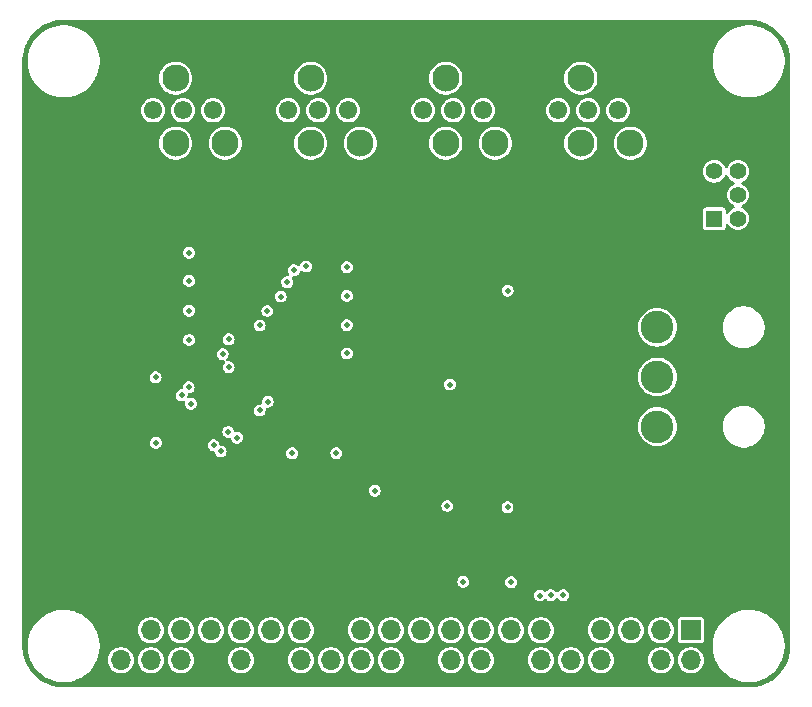
<source format=gbr>
%TF.GenerationSoftware,KiCad,Pcbnew,8.0.7*%
%TF.CreationDate,2025-01-22T00:45:47-05:00*%
%TF.ProjectId,AntHat,416e7448-6174-42e6-9b69-6361645f7063,rev?*%
%TF.SameCoordinates,Original*%
%TF.FileFunction,Copper,L2,Inr*%
%TF.FilePolarity,Positive*%
%FSLAX46Y46*%
G04 Gerber Fmt 4.6, Leading zero omitted, Abs format (unit mm)*
G04 Created by KiCad (PCBNEW 8.0.7) date 2025-01-22 00:45:47*
%MOMM*%
%LPD*%
G01*
G04 APERTURE LIST*
%TA.AperFunction,HeatsinkPad*%
%ADD10C,0.500000*%
%TD*%
%TA.AperFunction,ComponentPad*%
%ADD11C,1.549400*%
%TD*%
%TA.AperFunction,ComponentPad*%
%ADD12C,2.300000*%
%TD*%
%TA.AperFunction,ComponentPad*%
%ADD13R,1.400000X1.400000*%
%TD*%
%TA.AperFunction,ComponentPad*%
%ADD14C,1.400000*%
%TD*%
%TA.AperFunction,ComponentPad*%
%ADD15R,1.700000X1.700000*%
%TD*%
%TA.AperFunction,ComponentPad*%
%ADD16O,1.700000X1.700000*%
%TD*%
%TA.AperFunction,ComponentPad*%
%ADD17C,2.775000*%
%TD*%
%TA.AperFunction,ViaPad*%
%ADD18C,0.500000*%
%TD*%
G04 APERTURE END LIST*
D10*
%TO.N,GND*%
%TO.C,U1*%
X142281053Y-102212422D03*
X140981053Y-102212422D03*
X139681053Y-102212422D03*
X138381053Y-102212422D03*
X142281053Y-103512422D03*
X140981053Y-103512422D03*
X139681053Y-103512422D03*
X138381053Y-103512422D03*
%TD*%
D11*
%TO.N,GND*%
%TO.C,J5*%
X148702667Y-76956300D03*
D12*
X147196667Y-74245000D03*
%TO.N,/12V*%
X147196667Y-79745000D03*
D11*
X146162667Y-76956300D03*
%TO.N,/TACH2*%
X143622667Y-76956300D03*
D12*
X142996667Y-79745000D03*
%TO.N,/PWM2*%
X142996667Y-74245000D03*
D11*
X141082667Y-76956300D03*
%TD*%
D13*
%TO.N,unconnected-(J3-Pin_1-Pad1)*%
%TO.C,J3*%
X165740000Y-86130000D03*
D14*
%TO.N,GND*%
X165740000Y-84130000D03*
%TO.N,/PSU_SDA*%
X165740000Y-82130000D03*
%TO.N,unconnected-(J3-Pin_4-Pad4)*%
X167740000Y-86130000D03*
%TO.N,/PSU_EN*%
X167740000Y-84130000D03*
%TO.N,/PSU_SCL*%
X167740000Y-82130000D03*
%TD*%
D15*
%TO.N,/3V3*%
%TO.C,J1*%
X163741320Y-120971320D03*
D16*
%TO.N,/5V*%
X163741320Y-123511320D03*
%TO.N,/SDA*%
X161201320Y-120971320D03*
%TO.N,/5V*%
X161201320Y-123511320D03*
%TO.N,/SCL*%
X158661320Y-120971320D03*
%TO.N,GND*%
X158661320Y-123511320D03*
%TO.N,unconnected-(J1-GCLK0{slash}GPIO4-Pad7)*%
X156121320Y-120971320D03*
%TO.N,unconnected-(J1-GPIO14{slash}TXD-Pad8)*%
X156121320Y-123511320D03*
%TO.N,GND*%
X153581320Y-120971320D03*
%TO.N,unconnected-(J1-GPIO15{slash}RXD-Pad10)*%
X153581320Y-123511320D03*
%TO.N,/PSU_EN*%
X151041320Y-120971320D03*
%TO.N,unconnected-(J1-GPIO18{slash}PWM0-Pad12)*%
X151041320Y-123511320D03*
%TO.N,/PSU_SCL*%
X148501320Y-120971320D03*
%TO.N,GND*%
X148501320Y-123511320D03*
%TO.N,/PSU_SDA*%
X145961320Y-120971320D03*
%TO.N,unconnected-(J1-GPIO23-Pad16)*%
X145961320Y-123511320D03*
%TO.N,/3V3*%
X143421320Y-120971320D03*
%TO.N,unconnected-(J1-GPIO24-Pad18)*%
X143421320Y-123511320D03*
%TO.N,unconnected-(J1-MOSI0{slash}GPIO10-Pad19)*%
X140881320Y-120971320D03*
%TO.N,GND*%
X140881320Y-123511320D03*
%TO.N,unconnected-(J1-MISO0{slash}GPIO9-Pad21)*%
X138341320Y-120971320D03*
%TO.N,unconnected-(J1-GPIO25-Pad22)*%
X138341320Y-123511320D03*
%TO.N,unconnected-(J1-SCLK0{slash}GPIO11-Pad23)*%
X135801320Y-120971320D03*
%TO.N,unconnected-(J1-~{CE0}{slash}GPIO8-Pad24)*%
X135801320Y-123511320D03*
%TO.N,GND*%
X133261320Y-120971320D03*
%TO.N,unconnected-(J1-~{CE1}{slash}GPIO7-Pad26)*%
X133261320Y-123511320D03*
%TO.N,unconnected-(J1-ID_SD{slash}GPIO0-Pad27)*%
X130721320Y-120971320D03*
%TO.N,unconnected-(J1-ID_SC{slash}GPIO1-Pad28)*%
X130721320Y-123511320D03*
%TO.N,unconnected-(J1-GCLK1{slash}GPIO5-Pad29)*%
X128181320Y-120971320D03*
%TO.N,GND*%
X128181320Y-123511320D03*
%TO.N,unconnected-(J1-GCLK2{slash}GPIO6-Pad31)*%
X125641320Y-120971320D03*
%TO.N,unconnected-(J1-PWM0{slash}GPIO12-Pad32)*%
X125641320Y-123511320D03*
%TO.N,unconnected-(J1-PWM1{slash}GPIO13-Pad33)*%
X123101320Y-120971320D03*
%TO.N,GND*%
X123101320Y-123511320D03*
%TO.N,unconnected-(J1-GPIO19{slash}MISO1-Pad35)*%
X120561320Y-120971320D03*
%TO.N,/FAN_ALERT*%
X120561320Y-123511320D03*
%TO.N,unconnected-(J1-GPIO26-Pad37)*%
X118021320Y-120971320D03*
%TO.N,unconnected-(J1-GPIO20{slash}MOSI1-Pad38)*%
X118021320Y-123511320D03*
%TO.N,GND*%
X115481320Y-120971320D03*
%TO.N,unconnected-(J1-GPIO21{slash}SCLK1-Pad40)*%
X115481320Y-123511320D03*
%TD*%
D17*
%TO.N,/VIN*%
%TO.C,J2*%
X160910000Y-95330000D03*
X160910000Y-99530000D03*
X160910000Y-103730000D03*
%TO.N,GND*%
X156710000Y-95330000D03*
X156710000Y-99530000D03*
X156710000Y-103730000D03*
%TD*%
D11*
%TO.N,GND*%
%TO.C,J4*%
X160136000Y-76956300D03*
D12*
X158630000Y-74245000D03*
%TO.N,/12V*%
X158630000Y-79745000D03*
D11*
X157596000Y-76956300D03*
%TO.N,/TACH1*%
X155056000Y-76956300D03*
D12*
X154430000Y-79745000D03*
%TO.N,/PWM1*%
X154430000Y-74245000D03*
D11*
X152516000Y-76956300D03*
%TD*%
%TO.N,GND*%
%TO.C,J6*%
X137269334Y-76956300D03*
D12*
X135763334Y-74245000D03*
%TO.N,/12V*%
X135763334Y-79745000D03*
D11*
X134729334Y-76956300D03*
%TO.N,/TACH3*%
X132189334Y-76956300D03*
D12*
X131563334Y-79745000D03*
%TO.N,/PWM3*%
X131563334Y-74245000D03*
D11*
X129649334Y-76956300D03*
%TD*%
%TO.N,GND*%
%TO.C,J7*%
X125836000Y-76956300D03*
D12*
X124330000Y-74245000D03*
%TO.N,/12V*%
X124330000Y-79745000D03*
D11*
X123296000Y-76956300D03*
%TO.N,/TACH4*%
X120756000Y-76956300D03*
D12*
X120130000Y-79745000D03*
%TO.N,/PWM4*%
X120130000Y-74245000D03*
D11*
X118216000Y-76956300D03*
%TD*%
D18*
%TO.N,/PSU_SCL*%
X151890000Y-118010000D03*
%TO.N,/PSU_SDA*%
X152930000Y-118010000D03*
%TO.N,GND*%
X144864385Y-104012422D03*
X150980000Y-89900000D03*
X144207500Y-97312500D03*
X144864385Y-101687422D03*
X145731053Y-101687422D03*
X125180000Y-100540000D03*
X119410000Y-105110000D03*
X136642500Y-98455000D03*
X144207500Y-93825000D03*
X137496053Y-101447422D03*
X143997719Y-102849922D03*
X144207500Y-98475000D03*
X143997719Y-104012422D03*
X145731053Y-104012422D03*
X143997719Y-101687422D03*
X144207500Y-94987500D03*
X145210000Y-96145000D03*
X141400000Y-113470000D03*
X137531053Y-102812422D03*
X137516053Y-104327422D03*
X136642500Y-94967500D03*
X136172500Y-102805000D03*
X136642500Y-97292500D03*
X135640000Y-94972500D03*
X136642500Y-96130000D03*
X163590000Y-87620000D03*
X145210000Y-97307500D03*
X135640000Y-96135000D03*
X143131053Y-101687422D03*
X143131053Y-102849922D03*
X144207500Y-96150000D03*
X136842500Y-102185000D03*
X136642500Y-93805000D03*
X143131053Y-104012422D03*
X124370000Y-101380000D03*
X123430000Y-102240000D03*
X135640000Y-98460000D03*
X123430000Y-100530000D03*
X145731053Y-102849922D03*
X135640000Y-93810000D03*
X136802500Y-103555000D03*
X145210000Y-98470000D03*
X144864385Y-102849922D03*
X145210000Y-94982500D03*
X135640000Y-97297500D03*
X125190000Y-102230000D03*
X145210000Y-93820000D03*
%TO.N,Net-(U1-BST)*%
X143131053Y-110462422D03*
X143342500Y-100175000D03*
%TO.N,/5V*%
X134620000Y-95150000D03*
X136981053Y-109162422D03*
X148220000Y-110570000D03*
X134620000Y-90230000D03*
X134620000Y-92670000D03*
X134620000Y-97540000D03*
X148225000Y-92225000D03*
%TO.N,/3V3*%
X118420000Y-99570000D03*
X121270000Y-93920000D03*
X121270000Y-96400000D03*
X118440000Y-105110000D03*
X133730000Y-105980000D03*
X148530000Y-116910000D03*
X121270000Y-89020000D03*
X121270000Y-91400000D03*
X121420000Y-101800000D03*
X144480000Y-116880000D03*
X129980000Y-106000000D03*
%TO.N,/SDA*%
X121220000Y-100410000D03*
%TO.N,/SCL*%
X120630000Y-101090000D03*
%TO.N,/PSU_EN*%
X150970000Y-118040000D03*
%TO.N,/TACH1*%
X123930000Y-105840000D03*
X131165000Y-90175000D03*
%TO.N,/PWM1*%
X123330000Y-105300000D03*
X130126737Y-90506736D03*
%TO.N,/TACH2*%
X125300000Y-104670000D03*
X129570000Y-91520000D03*
%TO.N,/PWM2*%
X124580000Y-104190000D03*
X129010000Y-92720000D03*
%TO.N,/PWM3*%
X127240000Y-95170000D03*
X127240000Y-102370000D03*
%TO.N,/TACH3*%
X127910000Y-101640000D03*
X127890000Y-93950000D03*
%TO.N,/TACH4*%
X124620000Y-98710000D03*
X124620000Y-96350000D03*
%TO.N,/PWM4*%
X124110000Y-97610000D03*
%TD*%
%TA.AperFunction,Conductor*%
%TO.N,GND*%
G36*
X168660840Y-69300010D02*
G01*
X168837619Y-69302323D01*
X168848938Y-69302990D01*
X169201445Y-69340040D01*
X169214252Y-69342070D01*
X169560130Y-69415588D01*
X169572665Y-69418947D01*
X169908965Y-69528218D01*
X169921082Y-69532869D01*
X170244131Y-69676698D01*
X170255679Y-69682583D01*
X170457633Y-69799181D01*
X170561918Y-69859390D01*
X170572800Y-69866457D01*
X170858877Y-70074304D01*
X170868957Y-70082466D01*
X171131742Y-70319079D01*
X171140920Y-70328257D01*
X171377530Y-70591039D01*
X171385698Y-70601126D01*
X171593540Y-70887196D01*
X171600609Y-70898081D01*
X171777412Y-71204312D01*
X171783305Y-71215877D01*
X171927130Y-71538917D01*
X171931781Y-71551034D01*
X172041052Y-71887334D01*
X172044411Y-71899871D01*
X172117928Y-72245741D01*
X172119959Y-72258560D01*
X172157008Y-72611051D01*
X172157676Y-72622391D01*
X172159989Y-72799159D01*
X172160000Y-72800781D01*
X172160000Y-122299218D01*
X172159989Y-122300840D01*
X172157676Y-122477608D01*
X172157008Y-122488948D01*
X172119959Y-122841439D01*
X172117928Y-122854258D01*
X172044411Y-123200128D01*
X172041052Y-123212665D01*
X171931781Y-123548965D01*
X171927130Y-123561082D01*
X171783305Y-123884122D01*
X171777412Y-123895687D01*
X171600609Y-124201918D01*
X171593540Y-124212803D01*
X171385698Y-124498873D01*
X171377530Y-124508960D01*
X171140920Y-124771742D01*
X171131742Y-124780920D01*
X170868960Y-125017530D01*
X170858873Y-125025698D01*
X170572803Y-125233540D01*
X170561918Y-125240609D01*
X170255687Y-125417412D01*
X170244122Y-125423305D01*
X169921082Y-125567130D01*
X169908965Y-125571781D01*
X169572665Y-125681052D01*
X169560128Y-125684411D01*
X169214258Y-125757928D01*
X169201439Y-125759959D01*
X168848948Y-125797008D01*
X168837608Y-125797676D01*
X168660841Y-125799989D01*
X168659219Y-125800000D01*
X110640781Y-125800000D01*
X110639159Y-125799989D01*
X110462391Y-125797676D01*
X110451051Y-125797008D01*
X110098560Y-125759959D01*
X110085741Y-125757928D01*
X109739871Y-125684411D01*
X109727334Y-125681052D01*
X109391034Y-125571781D01*
X109378917Y-125567130D01*
X109055877Y-125423305D01*
X109044312Y-125417412D01*
X108738081Y-125240609D01*
X108727196Y-125233540D01*
X108441126Y-125025698D01*
X108431039Y-125017530D01*
X108168257Y-124780920D01*
X108159079Y-124771742D01*
X107922469Y-124508960D01*
X107914301Y-124498873D01*
X107706459Y-124212803D01*
X107699390Y-124201918D01*
X107522583Y-123895679D01*
X107516698Y-123884131D01*
X107372869Y-123561082D01*
X107368218Y-123548965D01*
X107258947Y-123212665D01*
X107255588Y-123200128D01*
X107236871Y-123112072D01*
X107182070Y-122854252D01*
X107180040Y-122841439D01*
X107178113Y-122823102D01*
X107142990Y-122488938D01*
X107142323Y-122477619D01*
X107140011Y-122300840D01*
X107140000Y-122299218D01*
X107140000Y-122140001D01*
X107590820Y-122140001D01*
X107590820Y-122482638D01*
X107629178Y-122823088D01*
X107629181Y-122823102D01*
X107705422Y-123157136D01*
X107705423Y-123157138D01*
X107818584Y-123480536D01*
X107967242Y-123789227D01*
X107967244Y-123789230D01*
X108149531Y-124079338D01*
X108363154Y-124347213D01*
X108605427Y-124589486D01*
X108873302Y-124803109D01*
X109163410Y-124985396D01*
X109472105Y-125134056D01*
X109795503Y-125247217D01*
X110129537Y-125323459D01*
X110129546Y-125323460D01*
X110129551Y-125323461D01*
X110356517Y-125349033D01*
X110470002Y-125361819D01*
X110470005Y-125361820D01*
X110470008Y-125361820D01*
X110812635Y-125361820D01*
X110812636Y-125361819D01*
X110986631Y-125342215D01*
X111153088Y-125323461D01*
X111153091Y-125323460D01*
X111153103Y-125323459D01*
X111487137Y-125247217D01*
X111810535Y-125134056D01*
X112119230Y-124985396D01*
X112409338Y-124803109D01*
X112677213Y-124589486D01*
X112919486Y-124347213D01*
X113133109Y-124079338D01*
X113315396Y-123789230D01*
X113449231Y-123511319D01*
X114376105Y-123511319D01*
X114376105Y-123511320D01*
X114394922Y-123714402D01*
X114450737Y-123910567D01*
X114450742Y-123910580D01*
X114541647Y-124093141D01*
X114664557Y-124255901D01*
X114815278Y-124393300D01*
X114815280Y-124393302D01*
X114914461Y-124454712D01*
X114988683Y-124500668D01*
X115178864Y-124574344D01*
X115379344Y-124611820D01*
X115379346Y-124611820D01*
X115583294Y-124611820D01*
X115583296Y-124611820D01*
X115783776Y-124574344D01*
X115973957Y-124500668D01*
X116147361Y-124393301D01*
X116298084Y-124255899D01*
X116420993Y-124093141D01*
X116511902Y-123910570D01*
X116567717Y-123714403D01*
X116586535Y-123511320D01*
X116586535Y-123511319D01*
X116916105Y-123511319D01*
X116916105Y-123511320D01*
X116934922Y-123714402D01*
X116990737Y-123910567D01*
X116990742Y-123910580D01*
X117081647Y-124093141D01*
X117204557Y-124255901D01*
X117355278Y-124393300D01*
X117355280Y-124393302D01*
X117454461Y-124454712D01*
X117528683Y-124500668D01*
X117718864Y-124574344D01*
X117919344Y-124611820D01*
X117919346Y-124611820D01*
X118123294Y-124611820D01*
X118123296Y-124611820D01*
X118323776Y-124574344D01*
X118513957Y-124500668D01*
X118687361Y-124393301D01*
X118838084Y-124255899D01*
X118960993Y-124093141D01*
X119051902Y-123910570D01*
X119107717Y-123714403D01*
X119126535Y-123511320D01*
X119126535Y-123511319D01*
X119456105Y-123511319D01*
X119456105Y-123511320D01*
X119474922Y-123714402D01*
X119530737Y-123910567D01*
X119530742Y-123910580D01*
X119621647Y-124093141D01*
X119744557Y-124255901D01*
X119895278Y-124393300D01*
X119895280Y-124393302D01*
X119994461Y-124454712D01*
X120068683Y-124500668D01*
X120258864Y-124574344D01*
X120459344Y-124611820D01*
X120459346Y-124611820D01*
X120663294Y-124611820D01*
X120663296Y-124611820D01*
X120863776Y-124574344D01*
X121053957Y-124500668D01*
X121227361Y-124393301D01*
X121378084Y-124255899D01*
X121500993Y-124093141D01*
X121591902Y-123910570D01*
X121647717Y-123714403D01*
X121666535Y-123511320D01*
X121666535Y-123511319D01*
X124536105Y-123511319D01*
X124536105Y-123511320D01*
X124554922Y-123714402D01*
X124610737Y-123910567D01*
X124610742Y-123910580D01*
X124701647Y-124093141D01*
X124824557Y-124255901D01*
X124975278Y-124393300D01*
X124975280Y-124393302D01*
X125074461Y-124454712D01*
X125148683Y-124500668D01*
X125338864Y-124574344D01*
X125539344Y-124611820D01*
X125539346Y-124611820D01*
X125743294Y-124611820D01*
X125743296Y-124611820D01*
X125943776Y-124574344D01*
X126133957Y-124500668D01*
X126307361Y-124393301D01*
X126458084Y-124255899D01*
X126580993Y-124093141D01*
X126671902Y-123910570D01*
X126727717Y-123714403D01*
X126746535Y-123511320D01*
X126746535Y-123511319D01*
X129616105Y-123511319D01*
X129616105Y-123511320D01*
X129634922Y-123714402D01*
X129690737Y-123910567D01*
X129690742Y-123910580D01*
X129781647Y-124093141D01*
X129904557Y-124255901D01*
X130055278Y-124393300D01*
X130055280Y-124393302D01*
X130154461Y-124454712D01*
X130228683Y-124500668D01*
X130418864Y-124574344D01*
X130619344Y-124611820D01*
X130619346Y-124611820D01*
X130823294Y-124611820D01*
X130823296Y-124611820D01*
X131023776Y-124574344D01*
X131213957Y-124500668D01*
X131387361Y-124393301D01*
X131538084Y-124255899D01*
X131660993Y-124093141D01*
X131751902Y-123910570D01*
X131807717Y-123714403D01*
X131826535Y-123511320D01*
X131826535Y-123511319D01*
X132156105Y-123511319D01*
X132156105Y-123511320D01*
X132174922Y-123714402D01*
X132230737Y-123910567D01*
X132230742Y-123910580D01*
X132321647Y-124093141D01*
X132444557Y-124255901D01*
X132595278Y-124393300D01*
X132595280Y-124393302D01*
X132694461Y-124454712D01*
X132768683Y-124500668D01*
X132958864Y-124574344D01*
X133159344Y-124611820D01*
X133159346Y-124611820D01*
X133363294Y-124611820D01*
X133363296Y-124611820D01*
X133563776Y-124574344D01*
X133753957Y-124500668D01*
X133927361Y-124393301D01*
X134078084Y-124255899D01*
X134200993Y-124093141D01*
X134291902Y-123910570D01*
X134347717Y-123714403D01*
X134366535Y-123511320D01*
X134366535Y-123511319D01*
X134696105Y-123511319D01*
X134696105Y-123511320D01*
X134714922Y-123714402D01*
X134770737Y-123910567D01*
X134770742Y-123910580D01*
X134861647Y-124093141D01*
X134984557Y-124255901D01*
X135135278Y-124393300D01*
X135135280Y-124393302D01*
X135234461Y-124454712D01*
X135308683Y-124500668D01*
X135498864Y-124574344D01*
X135699344Y-124611820D01*
X135699346Y-124611820D01*
X135903294Y-124611820D01*
X135903296Y-124611820D01*
X136103776Y-124574344D01*
X136293957Y-124500668D01*
X136467361Y-124393301D01*
X136618084Y-124255899D01*
X136740993Y-124093141D01*
X136831902Y-123910570D01*
X136887717Y-123714403D01*
X136906535Y-123511320D01*
X136906535Y-123511319D01*
X137236105Y-123511319D01*
X137236105Y-123511320D01*
X137254922Y-123714402D01*
X137310737Y-123910567D01*
X137310742Y-123910580D01*
X137401647Y-124093141D01*
X137524557Y-124255901D01*
X137675278Y-124393300D01*
X137675280Y-124393302D01*
X137774461Y-124454712D01*
X137848683Y-124500668D01*
X138038864Y-124574344D01*
X138239344Y-124611820D01*
X138239346Y-124611820D01*
X138443294Y-124611820D01*
X138443296Y-124611820D01*
X138643776Y-124574344D01*
X138833957Y-124500668D01*
X139007361Y-124393301D01*
X139158084Y-124255899D01*
X139280993Y-124093141D01*
X139371902Y-123910570D01*
X139427717Y-123714403D01*
X139446535Y-123511320D01*
X139446535Y-123511319D01*
X142316105Y-123511319D01*
X142316105Y-123511320D01*
X142334922Y-123714402D01*
X142390737Y-123910567D01*
X142390742Y-123910580D01*
X142481647Y-124093141D01*
X142604557Y-124255901D01*
X142755278Y-124393300D01*
X142755280Y-124393302D01*
X142854461Y-124454712D01*
X142928683Y-124500668D01*
X143118864Y-124574344D01*
X143319344Y-124611820D01*
X143319346Y-124611820D01*
X143523294Y-124611820D01*
X143523296Y-124611820D01*
X143723776Y-124574344D01*
X143913957Y-124500668D01*
X144087361Y-124393301D01*
X144238084Y-124255899D01*
X144360993Y-124093141D01*
X144451902Y-123910570D01*
X144507717Y-123714403D01*
X144526535Y-123511320D01*
X144526535Y-123511319D01*
X144856105Y-123511319D01*
X144856105Y-123511320D01*
X144874922Y-123714402D01*
X144930737Y-123910567D01*
X144930742Y-123910580D01*
X145021647Y-124093141D01*
X145144557Y-124255901D01*
X145295278Y-124393300D01*
X145295280Y-124393302D01*
X145394461Y-124454712D01*
X145468683Y-124500668D01*
X145658864Y-124574344D01*
X145859344Y-124611820D01*
X145859346Y-124611820D01*
X146063294Y-124611820D01*
X146063296Y-124611820D01*
X146263776Y-124574344D01*
X146453957Y-124500668D01*
X146627361Y-124393301D01*
X146778084Y-124255899D01*
X146900993Y-124093141D01*
X146991902Y-123910570D01*
X147047717Y-123714403D01*
X147066535Y-123511320D01*
X147066535Y-123511319D01*
X149936105Y-123511319D01*
X149936105Y-123511320D01*
X149954922Y-123714402D01*
X150010737Y-123910567D01*
X150010742Y-123910580D01*
X150101647Y-124093141D01*
X150224557Y-124255901D01*
X150375278Y-124393300D01*
X150375280Y-124393302D01*
X150474461Y-124454712D01*
X150548683Y-124500668D01*
X150738864Y-124574344D01*
X150939344Y-124611820D01*
X150939346Y-124611820D01*
X151143294Y-124611820D01*
X151143296Y-124611820D01*
X151343776Y-124574344D01*
X151533957Y-124500668D01*
X151707361Y-124393301D01*
X151858084Y-124255899D01*
X151980993Y-124093141D01*
X152071902Y-123910570D01*
X152127717Y-123714403D01*
X152146535Y-123511320D01*
X152146535Y-123511319D01*
X152476105Y-123511319D01*
X152476105Y-123511320D01*
X152494922Y-123714402D01*
X152550737Y-123910567D01*
X152550742Y-123910580D01*
X152641647Y-124093141D01*
X152764557Y-124255901D01*
X152915278Y-124393300D01*
X152915280Y-124393302D01*
X153014461Y-124454712D01*
X153088683Y-124500668D01*
X153278864Y-124574344D01*
X153479344Y-124611820D01*
X153479346Y-124611820D01*
X153683294Y-124611820D01*
X153683296Y-124611820D01*
X153883776Y-124574344D01*
X154073957Y-124500668D01*
X154247361Y-124393301D01*
X154398084Y-124255899D01*
X154520993Y-124093141D01*
X154611902Y-123910570D01*
X154667717Y-123714403D01*
X154686535Y-123511320D01*
X154686535Y-123511319D01*
X155016105Y-123511319D01*
X155016105Y-123511320D01*
X155034922Y-123714402D01*
X155090737Y-123910567D01*
X155090742Y-123910580D01*
X155181647Y-124093141D01*
X155304557Y-124255901D01*
X155455278Y-124393300D01*
X155455280Y-124393302D01*
X155554461Y-124454712D01*
X155628683Y-124500668D01*
X155818864Y-124574344D01*
X156019344Y-124611820D01*
X156019346Y-124611820D01*
X156223294Y-124611820D01*
X156223296Y-124611820D01*
X156423776Y-124574344D01*
X156613957Y-124500668D01*
X156787361Y-124393301D01*
X156938084Y-124255899D01*
X157060993Y-124093141D01*
X157151902Y-123910570D01*
X157207717Y-123714403D01*
X157226535Y-123511320D01*
X157226535Y-123511319D01*
X160096105Y-123511319D01*
X160096105Y-123511320D01*
X160114922Y-123714402D01*
X160170737Y-123910567D01*
X160170742Y-123910580D01*
X160261647Y-124093141D01*
X160384557Y-124255901D01*
X160535278Y-124393300D01*
X160535280Y-124393302D01*
X160634461Y-124454712D01*
X160708683Y-124500668D01*
X160898864Y-124574344D01*
X161099344Y-124611820D01*
X161099346Y-124611820D01*
X161303294Y-124611820D01*
X161303296Y-124611820D01*
X161503776Y-124574344D01*
X161693957Y-124500668D01*
X161867361Y-124393301D01*
X162018084Y-124255899D01*
X162140993Y-124093141D01*
X162231902Y-123910570D01*
X162287717Y-123714403D01*
X162306535Y-123511320D01*
X162306535Y-123511319D01*
X162636105Y-123511319D01*
X162636105Y-123511320D01*
X162654922Y-123714402D01*
X162710737Y-123910567D01*
X162710742Y-123910580D01*
X162801647Y-124093141D01*
X162924557Y-124255901D01*
X163075278Y-124393300D01*
X163075280Y-124393302D01*
X163174461Y-124454712D01*
X163248683Y-124500668D01*
X163438864Y-124574344D01*
X163639344Y-124611820D01*
X163639346Y-124611820D01*
X163843294Y-124611820D01*
X163843296Y-124611820D01*
X164043776Y-124574344D01*
X164233957Y-124500668D01*
X164407361Y-124393301D01*
X164558084Y-124255899D01*
X164680993Y-124093141D01*
X164771902Y-123910570D01*
X164827717Y-123714403D01*
X164846535Y-123511320D01*
X164827717Y-123308237D01*
X164771902Y-123112070D01*
X164680993Y-122929499D01*
X164558084Y-122766741D01*
X164558082Y-122766738D01*
X164407361Y-122629339D01*
X164407359Y-122629337D01*
X164233962Y-122521975D01*
X164233955Y-122521971D01*
X164138866Y-122485134D01*
X164043776Y-122448296D01*
X163843296Y-122410820D01*
X163639344Y-122410820D01*
X163438864Y-122448296D01*
X163438861Y-122448296D01*
X163438861Y-122448297D01*
X163248684Y-122521971D01*
X163248677Y-122521975D01*
X163075280Y-122629337D01*
X163075278Y-122629339D01*
X162924557Y-122766738D01*
X162801647Y-122929498D01*
X162710742Y-123112059D01*
X162710737Y-123112072D01*
X162654922Y-123308237D01*
X162636105Y-123511319D01*
X162306535Y-123511319D01*
X162287717Y-123308237D01*
X162231902Y-123112070D01*
X162140993Y-122929499D01*
X162018084Y-122766741D01*
X162018082Y-122766738D01*
X161867361Y-122629339D01*
X161867359Y-122629337D01*
X161693962Y-122521975D01*
X161693955Y-122521971D01*
X161598866Y-122485134D01*
X161503776Y-122448296D01*
X161303296Y-122410820D01*
X161099344Y-122410820D01*
X160898864Y-122448296D01*
X160898861Y-122448296D01*
X160898861Y-122448297D01*
X160708684Y-122521971D01*
X160708677Y-122521975D01*
X160535280Y-122629337D01*
X160535278Y-122629339D01*
X160384557Y-122766738D01*
X160261647Y-122929498D01*
X160170742Y-123112059D01*
X160170737Y-123112072D01*
X160114922Y-123308237D01*
X160096105Y-123511319D01*
X157226535Y-123511319D01*
X157207717Y-123308237D01*
X157151902Y-123112070D01*
X157060993Y-122929499D01*
X156938084Y-122766741D01*
X156938082Y-122766738D01*
X156787361Y-122629339D01*
X156787359Y-122629337D01*
X156613962Y-122521975D01*
X156613955Y-122521971D01*
X156518866Y-122485134D01*
X156423776Y-122448296D01*
X156223296Y-122410820D01*
X156019344Y-122410820D01*
X155818864Y-122448296D01*
X155818861Y-122448296D01*
X155818861Y-122448297D01*
X155628684Y-122521971D01*
X155628677Y-122521975D01*
X155455280Y-122629337D01*
X155455278Y-122629339D01*
X155304557Y-122766738D01*
X155181647Y-122929498D01*
X155090742Y-123112059D01*
X155090737Y-123112072D01*
X155034922Y-123308237D01*
X155016105Y-123511319D01*
X154686535Y-123511319D01*
X154667717Y-123308237D01*
X154611902Y-123112070D01*
X154520993Y-122929499D01*
X154398084Y-122766741D01*
X154398082Y-122766738D01*
X154247361Y-122629339D01*
X154247359Y-122629337D01*
X154073962Y-122521975D01*
X154073955Y-122521971D01*
X153978866Y-122485134D01*
X153883776Y-122448296D01*
X153683296Y-122410820D01*
X153479344Y-122410820D01*
X153278864Y-122448296D01*
X153278861Y-122448296D01*
X153278861Y-122448297D01*
X153088684Y-122521971D01*
X153088677Y-122521975D01*
X152915280Y-122629337D01*
X152915278Y-122629339D01*
X152764557Y-122766738D01*
X152641647Y-122929498D01*
X152550742Y-123112059D01*
X152550737Y-123112072D01*
X152494922Y-123308237D01*
X152476105Y-123511319D01*
X152146535Y-123511319D01*
X152127717Y-123308237D01*
X152071902Y-123112070D01*
X151980993Y-122929499D01*
X151858084Y-122766741D01*
X151858082Y-122766738D01*
X151707361Y-122629339D01*
X151707359Y-122629337D01*
X151533962Y-122521975D01*
X151533955Y-122521971D01*
X151438866Y-122485134D01*
X151343776Y-122448296D01*
X151143296Y-122410820D01*
X150939344Y-122410820D01*
X150738864Y-122448296D01*
X150738861Y-122448296D01*
X150738861Y-122448297D01*
X150548684Y-122521971D01*
X150548677Y-122521975D01*
X150375280Y-122629337D01*
X150375278Y-122629339D01*
X150224557Y-122766738D01*
X150101647Y-122929498D01*
X150010742Y-123112059D01*
X150010737Y-123112072D01*
X149954922Y-123308237D01*
X149936105Y-123511319D01*
X147066535Y-123511319D01*
X147047717Y-123308237D01*
X146991902Y-123112070D01*
X146900993Y-122929499D01*
X146778084Y-122766741D01*
X146778082Y-122766738D01*
X146627361Y-122629339D01*
X146627359Y-122629337D01*
X146453962Y-122521975D01*
X146453955Y-122521971D01*
X146358866Y-122485134D01*
X146263776Y-122448296D01*
X146063296Y-122410820D01*
X145859344Y-122410820D01*
X145658864Y-122448296D01*
X145658861Y-122448296D01*
X145658861Y-122448297D01*
X145468684Y-122521971D01*
X145468677Y-122521975D01*
X145295280Y-122629337D01*
X145295278Y-122629339D01*
X145144557Y-122766738D01*
X145021647Y-122929498D01*
X144930742Y-123112059D01*
X144930737Y-123112072D01*
X144874922Y-123308237D01*
X144856105Y-123511319D01*
X144526535Y-123511319D01*
X144507717Y-123308237D01*
X144451902Y-123112070D01*
X144360993Y-122929499D01*
X144238084Y-122766741D01*
X144238082Y-122766738D01*
X144087361Y-122629339D01*
X144087359Y-122629337D01*
X143913962Y-122521975D01*
X143913955Y-122521971D01*
X143818866Y-122485134D01*
X143723776Y-122448296D01*
X143523296Y-122410820D01*
X143319344Y-122410820D01*
X143118864Y-122448296D01*
X143118861Y-122448296D01*
X143118861Y-122448297D01*
X142928684Y-122521971D01*
X142928677Y-122521975D01*
X142755280Y-122629337D01*
X142755278Y-122629339D01*
X142604557Y-122766738D01*
X142481647Y-122929498D01*
X142390742Y-123112059D01*
X142390737Y-123112072D01*
X142334922Y-123308237D01*
X142316105Y-123511319D01*
X139446535Y-123511319D01*
X139427717Y-123308237D01*
X139371902Y-123112070D01*
X139280993Y-122929499D01*
X139158084Y-122766741D01*
X139158082Y-122766738D01*
X139007361Y-122629339D01*
X139007359Y-122629337D01*
X138833962Y-122521975D01*
X138833955Y-122521971D01*
X138738866Y-122485134D01*
X138643776Y-122448296D01*
X138443296Y-122410820D01*
X138239344Y-122410820D01*
X138038864Y-122448296D01*
X138038861Y-122448296D01*
X138038861Y-122448297D01*
X137848684Y-122521971D01*
X137848677Y-122521975D01*
X137675280Y-122629337D01*
X137675278Y-122629339D01*
X137524557Y-122766738D01*
X137401647Y-122929498D01*
X137310742Y-123112059D01*
X137310737Y-123112072D01*
X137254922Y-123308237D01*
X137236105Y-123511319D01*
X136906535Y-123511319D01*
X136887717Y-123308237D01*
X136831902Y-123112070D01*
X136740993Y-122929499D01*
X136618084Y-122766741D01*
X136618082Y-122766738D01*
X136467361Y-122629339D01*
X136467359Y-122629337D01*
X136293962Y-122521975D01*
X136293955Y-122521971D01*
X136198866Y-122485134D01*
X136103776Y-122448296D01*
X135903296Y-122410820D01*
X135699344Y-122410820D01*
X135498864Y-122448296D01*
X135498861Y-122448296D01*
X135498861Y-122448297D01*
X135308684Y-122521971D01*
X135308677Y-122521975D01*
X135135280Y-122629337D01*
X135135278Y-122629339D01*
X134984557Y-122766738D01*
X134861647Y-122929498D01*
X134770742Y-123112059D01*
X134770737Y-123112072D01*
X134714922Y-123308237D01*
X134696105Y-123511319D01*
X134366535Y-123511319D01*
X134347717Y-123308237D01*
X134291902Y-123112070D01*
X134200993Y-122929499D01*
X134078084Y-122766741D01*
X134078082Y-122766738D01*
X133927361Y-122629339D01*
X133927359Y-122629337D01*
X133753962Y-122521975D01*
X133753955Y-122521971D01*
X133658866Y-122485134D01*
X133563776Y-122448296D01*
X133363296Y-122410820D01*
X133159344Y-122410820D01*
X132958864Y-122448296D01*
X132958861Y-122448296D01*
X132958861Y-122448297D01*
X132768684Y-122521971D01*
X132768677Y-122521975D01*
X132595280Y-122629337D01*
X132595278Y-122629339D01*
X132444557Y-122766738D01*
X132321647Y-122929498D01*
X132230742Y-123112059D01*
X132230737Y-123112072D01*
X132174922Y-123308237D01*
X132156105Y-123511319D01*
X131826535Y-123511319D01*
X131807717Y-123308237D01*
X131751902Y-123112070D01*
X131660993Y-122929499D01*
X131538084Y-122766741D01*
X131538082Y-122766738D01*
X131387361Y-122629339D01*
X131387359Y-122629337D01*
X131213962Y-122521975D01*
X131213955Y-122521971D01*
X131118866Y-122485134D01*
X131023776Y-122448296D01*
X130823296Y-122410820D01*
X130619344Y-122410820D01*
X130418864Y-122448296D01*
X130418861Y-122448296D01*
X130418861Y-122448297D01*
X130228684Y-122521971D01*
X130228677Y-122521975D01*
X130055280Y-122629337D01*
X130055278Y-122629339D01*
X129904557Y-122766738D01*
X129781647Y-122929498D01*
X129690742Y-123112059D01*
X129690737Y-123112072D01*
X129634922Y-123308237D01*
X129616105Y-123511319D01*
X126746535Y-123511319D01*
X126727717Y-123308237D01*
X126671902Y-123112070D01*
X126580993Y-122929499D01*
X126458084Y-122766741D01*
X126458082Y-122766738D01*
X126307361Y-122629339D01*
X126307359Y-122629337D01*
X126133962Y-122521975D01*
X126133955Y-122521971D01*
X126038866Y-122485134D01*
X125943776Y-122448296D01*
X125743296Y-122410820D01*
X125539344Y-122410820D01*
X125338864Y-122448296D01*
X125338861Y-122448296D01*
X125338861Y-122448297D01*
X125148684Y-122521971D01*
X125148677Y-122521975D01*
X124975280Y-122629337D01*
X124975278Y-122629339D01*
X124824557Y-122766738D01*
X124701647Y-122929498D01*
X124610742Y-123112059D01*
X124610737Y-123112072D01*
X124554922Y-123308237D01*
X124536105Y-123511319D01*
X121666535Y-123511319D01*
X121647717Y-123308237D01*
X121591902Y-123112070D01*
X121500993Y-122929499D01*
X121378084Y-122766741D01*
X121378082Y-122766738D01*
X121227361Y-122629339D01*
X121227359Y-122629337D01*
X121053962Y-122521975D01*
X121053955Y-122521971D01*
X120958866Y-122485134D01*
X120863776Y-122448296D01*
X120663296Y-122410820D01*
X120459344Y-122410820D01*
X120258864Y-122448296D01*
X120258861Y-122448296D01*
X120258861Y-122448297D01*
X120068684Y-122521971D01*
X120068677Y-122521975D01*
X119895280Y-122629337D01*
X119895278Y-122629339D01*
X119744557Y-122766738D01*
X119621647Y-122929498D01*
X119530742Y-123112059D01*
X119530737Y-123112072D01*
X119474922Y-123308237D01*
X119456105Y-123511319D01*
X119126535Y-123511319D01*
X119107717Y-123308237D01*
X119051902Y-123112070D01*
X118960993Y-122929499D01*
X118838084Y-122766741D01*
X118838082Y-122766738D01*
X118687361Y-122629339D01*
X118687359Y-122629337D01*
X118513962Y-122521975D01*
X118513955Y-122521971D01*
X118418866Y-122485134D01*
X118323776Y-122448296D01*
X118123296Y-122410820D01*
X117919344Y-122410820D01*
X117718864Y-122448296D01*
X117718861Y-122448296D01*
X117718861Y-122448297D01*
X117528684Y-122521971D01*
X117528677Y-122521975D01*
X117355280Y-122629337D01*
X117355278Y-122629339D01*
X117204557Y-122766738D01*
X117081647Y-122929498D01*
X116990742Y-123112059D01*
X116990737Y-123112072D01*
X116934922Y-123308237D01*
X116916105Y-123511319D01*
X116586535Y-123511319D01*
X116567717Y-123308237D01*
X116511902Y-123112070D01*
X116420993Y-122929499D01*
X116298084Y-122766741D01*
X116298082Y-122766738D01*
X116147361Y-122629339D01*
X116147359Y-122629337D01*
X115973962Y-122521975D01*
X115973955Y-122521971D01*
X115878866Y-122485134D01*
X115783776Y-122448296D01*
X115583296Y-122410820D01*
X115379344Y-122410820D01*
X115178864Y-122448296D01*
X115178861Y-122448296D01*
X115178861Y-122448297D01*
X114988684Y-122521971D01*
X114988677Y-122521975D01*
X114815280Y-122629337D01*
X114815278Y-122629339D01*
X114664557Y-122766738D01*
X114541647Y-122929498D01*
X114450742Y-123112059D01*
X114450737Y-123112072D01*
X114394922Y-123308237D01*
X114376105Y-123511319D01*
X113449231Y-123511319D01*
X113464056Y-123480535D01*
X113577217Y-123157137D01*
X113653459Y-122823103D01*
X113659810Y-122766741D01*
X113687387Y-122521975D01*
X113691820Y-122482632D01*
X113691820Y-122140008D01*
X113691819Y-122140001D01*
X165590820Y-122140001D01*
X165590820Y-122482638D01*
X165629178Y-122823088D01*
X165629181Y-122823102D01*
X165705422Y-123157136D01*
X165705423Y-123157138D01*
X165818584Y-123480536D01*
X165967242Y-123789227D01*
X165967244Y-123789230D01*
X166149531Y-124079338D01*
X166363154Y-124347213D01*
X166605427Y-124589486D01*
X166873302Y-124803109D01*
X167163410Y-124985396D01*
X167472105Y-125134056D01*
X167795503Y-125247217D01*
X168129537Y-125323459D01*
X168129546Y-125323460D01*
X168129551Y-125323461D01*
X168356517Y-125349033D01*
X168470002Y-125361819D01*
X168470005Y-125361820D01*
X168470008Y-125361820D01*
X168812635Y-125361820D01*
X168812636Y-125361819D01*
X168986631Y-125342215D01*
X169153088Y-125323461D01*
X169153091Y-125323460D01*
X169153103Y-125323459D01*
X169487137Y-125247217D01*
X169810535Y-125134056D01*
X170119230Y-124985396D01*
X170409338Y-124803109D01*
X170677213Y-124589486D01*
X170919486Y-124347213D01*
X171133109Y-124079338D01*
X171315396Y-123789230D01*
X171464056Y-123480535D01*
X171577217Y-123157137D01*
X171653459Y-122823103D01*
X171659810Y-122766741D01*
X171687387Y-122521975D01*
X171691820Y-122482632D01*
X171691820Y-122140008D01*
X171659517Y-121853301D01*
X171653461Y-121799551D01*
X171653460Y-121799546D01*
X171653459Y-121799537D01*
X171577217Y-121465503D01*
X171464056Y-121142105D01*
X171315396Y-120833410D01*
X171133109Y-120543302D01*
X170919486Y-120275427D01*
X170677213Y-120033154D01*
X170613031Y-119981971D01*
X170520646Y-119908296D01*
X170409338Y-119819531D01*
X170119230Y-119637244D01*
X170119227Y-119637242D01*
X169810536Y-119488584D01*
X169487138Y-119375423D01*
X169487136Y-119375422D01*
X169229344Y-119316582D01*
X169153103Y-119299181D01*
X169153100Y-119299180D01*
X169153088Y-119299178D01*
X168812638Y-119260820D01*
X168812632Y-119260820D01*
X168470008Y-119260820D01*
X168470001Y-119260820D01*
X168129551Y-119299178D01*
X168129537Y-119299181D01*
X167795503Y-119375422D01*
X167795501Y-119375423D01*
X167472103Y-119488584D01*
X167163412Y-119637242D01*
X166873303Y-119819530D01*
X166605427Y-120033153D01*
X166363153Y-120275427D01*
X166149530Y-120543303D01*
X165967242Y-120833412D01*
X165818584Y-121142103D01*
X165705423Y-121465501D01*
X165705422Y-121465503D01*
X165629181Y-121799537D01*
X165629178Y-121799551D01*
X165590820Y-122140001D01*
X113691819Y-122140001D01*
X113659517Y-121853301D01*
X113653461Y-121799551D01*
X113653460Y-121799546D01*
X113653459Y-121799537D01*
X113577217Y-121465503D01*
X113464056Y-121142105D01*
X113381810Y-120971319D01*
X116916105Y-120971319D01*
X116916105Y-120971320D01*
X116934922Y-121174402D01*
X116990737Y-121370567D01*
X116990742Y-121370580D01*
X117081647Y-121553141D01*
X117204557Y-121715901D01*
X117355278Y-121853300D01*
X117355280Y-121853302D01*
X117454461Y-121914712D01*
X117528683Y-121960668D01*
X117718864Y-122034344D01*
X117919344Y-122071820D01*
X117919346Y-122071820D01*
X118123294Y-122071820D01*
X118123296Y-122071820D01*
X118323776Y-122034344D01*
X118513957Y-121960668D01*
X118687361Y-121853301D01*
X118838084Y-121715899D01*
X118960993Y-121553141D01*
X119051902Y-121370570D01*
X119107717Y-121174403D01*
X119126535Y-120971320D01*
X119126535Y-120971319D01*
X119456105Y-120971319D01*
X119456105Y-120971320D01*
X119474922Y-121174402D01*
X119530737Y-121370567D01*
X119530742Y-121370580D01*
X119621647Y-121553141D01*
X119744557Y-121715901D01*
X119895278Y-121853300D01*
X119895280Y-121853302D01*
X119994461Y-121914712D01*
X120068683Y-121960668D01*
X120258864Y-122034344D01*
X120459344Y-122071820D01*
X120459346Y-122071820D01*
X120663294Y-122071820D01*
X120663296Y-122071820D01*
X120863776Y-122034344D01*
X121053957Y-121960668D01*
X121227361Y-121853301D01*
X121378084Y-121715899D01*
X121500993Y-121553141D01*
X121591902Y-121370570D01*
X121647717Y-121174403D01*
X121666535Y-120971320D01*
X121666535Y-120971319D01*
X121996105Y-120971319D01*
X121996105Y-120971320D01*
X122014922Y-121174402D01*
X122070737Y-121370567D01*
X122070742Y-121370580D01*
X122161647Y-121553141D01*
X122284557Y-121715901D01*
X122435278Y-121853300D01*
X122435280Y-121853302D01*
X122534461Y-121914712D01*
X122608683Y-121960668D01*
X122798864Y-122034344D01*
X122999344Y-122071820D01*
X122999346Y-122071820D01*
X123203294Y-122071820D01*
X123203296Y-122071820D01*
X123403776Y-122034344D01*
X123593957Y-121960668D01*
X123767361Y-121853301D01*
X123918084Y-121715899D01*
X124040993Y-121553141D01*
X124131902Y-121370570D01*
X124187717Y-121174403D01*
X124206535Y-120971320D01*
X124206535Y-120971319D01*
X124536105Y-120971319D01*
X124536105Y-120971320D01*
X124554922Y-121174402D01*
X124610737Y-121370567D01*
X124610742Y-121370580D01*
X124701647Y-121553141D01*
X124824557Y-121715901D01*
X124975278Y-121853300D01*
X124975280Y-121853302D01*
X125074461Y-121914712D01*
X125148683Y-121960668D01*
X125338864Y-122034344D01*
X125539344Y-122071820D01*
X125539346Y-122071820D01*
X125743294Y-122071820D01*
X125743296Y-122071820D01*
X125943776Y-122034344D01*
X126133957Y-121960668D01*
X126307361Y-121853301D01*
X126458084Y-121715899D01*
X126580993Y-121553141D01*
X126671902Y-121370570D01*
X126727717Y-121174403D01*
X126746535Y-120971320D01*
X126746535Y-120971319D01*
X127076105Y-120971319D01*
X127076105Y-120971320D01*
X127094922Y-121174402D01*
X127150737Y-121370567D01*
X127150742Y-121370580D01*
X127241647Y-121553141D01*
X127364557Y-121715901D01*
X127515278Y-121853300D01*
X127515280Y-121853302D01*
X127614461Y-121914712D01*
X127688683Y-121960668D01*
X127878864Y-122034344D01*
X128079344Y-122071820D01*
X128079346Y-122071820D01*
X128283294Y-122071820D01*
X128283296Y-122071820D01*
X128483776Y-122034344D01*
X128673957Y-121960668D01*
X128847361Y-121853301D01*
X128998084Y-121715899D01*
X129120993Y-121553141D01*
X129211902Y-121370570D01*
X129267717Y-121174403D01*
X129286535Y-120971320D01*
X129286535Y-120971319D01*
X129616105Y-120971319D01*
X129616105Y-120971320D01*
X129634922Y-121174402D01*
X129690737Y-121370567D01*
X129690742Y-121370580D01*
X129781647Y-121553141D01*
X129904557Y-121715901D01*
X130055278Y-121853300D01*
X130055280Y-121853302D01*
X130154461Y-121914712D01*
X130228683Y-121960668D01*
X130418864Y-122034344D01*
X130619344Y-122071820D01*
X130619346Y-122071820D01*
X130823294Y-122071820D01*
X130823296Y-122071820D01*
X131023776Y-122034344D01*
X131213957Y-121960668D01*
X131387361Y-121853301D01*
X131538084Y-121715899D01*
X131660993Y-121553141D01*
X131751902Y-121370570D01*
X131807717Y-121174403D01*
X131826535Y-120971320D01*
X131826535Y-120971319D01*
X134696105Y-120971319D01*
X134696105Y-120971320D01*
X134714922Y-121174402D01*
X134770737Y-121370567D01*
X134770742Y-121370580D01*
X134861647Y-121553141D01*
X134984557Y-121715901D01*
X135135278Y-121853300D01*
X135135280Y-121853302D01*
X135234461Y-121914712D01*
X135308683Y-121960668D01*
X135498864Y-122034344D01*
X135699344Y-122071820D01*
X135699346Y-122071820D01*
X135903294Y-122071820D01*
X135903296Y-122071820D01*
X136103776Y-122034344D01*
X136293957Y-121960668D01*
X136467361Y-121853301D01*
X136618084Y-121715899D01*
X136740993Y-121553141D01*
X136831902Y-121370570D01*
X136887717Y-121174403D01*
X136906535Y-120971320D01*
X136906535Y-120971319D01*
X137236105Y-120971319D01*
X137236105Y-120971320D01*
X137254922Y-121174402D01*
X137310737Y-121370567D01*
X137310742Y-121370580D01*
X137401647Y-121553141D01*
X137524557Y-121715901D01*
X137675278Y-121853300D01*
X137675280Y-121853302D01*
X137774461Y-121914712D01*
X137848683Y-121960668D01*
X138038864Y-122034344D01*
X138239344Y-122071820D01*
X138239346Y-122071820D01*
X138443294Y-122071820D01*
X138443296Y-122071820D01*
X138643776Y-122034344D01*
X138833957Y-121960668D01*
X139007361Y-121853301D01*
X139158084Y-121715899D01*
X139280993Y-121553141D01*
X139371902Y-121370570D01*
X139427717Y-121174403D01*
X139446535Y-120971320D01*
X139446535Y-120971319D01*
X139776105Y-120971319D01*
X139776105Y-120971320D01*
X139794922Y-121174402D01*
X139850737Y-121370567D01*
X139850742Y-121370580D01*
X139941647Y-121553141D01*
X140064557Y-121715901D01*
X140215278Y-121853300D01*
X140215280Y-121853302D01*
X140314461Y-121914712D01*
X140388683Y-121960668D01*
X140578864Y-122034344D01*
X140779344Y-122071820D01*
X140779346Y-122071820D01*
X140983294Y-122071820D01*
X140983296Y-122071820D01*
X141183776Y-122034344D01*
X141373957Y-121960668D01*
X141547361Y-121853301D01*
X141698084Y-121715899D01*
X141820993Y-121553141D01*
X141911902Y-121370570D01*
X141967717Y-121174403D01*
X141986535Y-120971320D01*
X141986535Y-120971319D01*
X142316105Y-120971319D01*
X142316105Y-120971320D01*
X142334922Y-121174402D01*
X142390737Y-121370567D01*
X142390742Y-121370580D01*
X142481647Y-121553141D01*
X142604557Y-121715901D01*
X142755278Y-121853300D01*
X142755280Y-121853302D01*
X142854461Y-121914712D01*
X142928683Y-121960668D01*
X143118864Y-122034344D01*
X143319344Y-122071820D01*
X143319346Y-122071820D01*
X143523294Y-122071820D01*
X143523296Y-122071820D01*
X143723776Y-122034344D01*
X143913957Y-121960668D01*
X144087361Y-121853301D01*
X144238084Y-121715899D01*
X144360993Y-121553141D01*
X144451902Y-121370570D01*
X144507717Y-121174403D01*
X144526535Y-120971320D01*
X144526535Y-120971319D01*
X144856105Y-120971319D01*
X144856105Y-120971320D01*
X144874922Y-121174402D01*
X144930737Y-121370567D01*
X144930742Y-121370580D01*
X145021647Y-121553141D01*
X145144557Y-121715901D01*
X145295278Y-121853300D01*
X145295280Y-121853302D01*
X145394461Y-121914712D01*
X145468683Y-121960668D01*
X145658864Y-122034344D01*
X145859344Y-122071820D01*
X145859346Y-122071820D01*
X146063294Y-122071820D01*
X146063296Y-122071820D01*
X146263776Y-122034344D01*
X146453957Y-121960668D01*
X146627361Y-121853301D01*
X146778084Y-121715899D01*
X146900993Y-121553141D01*
X146991902Y-121370570D01*
X147047717Y-121174403D01*
X147066535Y-120971320D01*
X147066535Y-120971319D01*
X147396105Y-120971319D01*
X147396105Y-120971320D01*
X147414922Y-121174402D01*
X147470737Y-121370567D01*
X147470742Y-121370580D01*
X147561647Y-121553141D01*
X147684557Y-121715901D01*
X147835278Y-121853300D01*
X147835280Y-121853302D01*
X147934461Y-121914712D01*
X148008683Y-121960668D01*
X148198864Y-122034344D01*
X148399344Y-122071820D01*
X148399346Y-122071820D01*
X148603294Y-122071820D01*
X148603296Y-122071820D01*
X148803776Y-122034344D01*
X148993957Y-121960668D01*
X149167361Y-121853301D01*
X149318084Y-121715899D01*
X149440993Y-121553141D01*
X149531902Y-121370570D01*
X149587717Y-121174403D01*
X149606535Y-120971320D01*
X149606535Y-120971319D01*
X149936105Y-120971319D01*
X149936105Y-120971320D01*
X149954922Y-121174402D01*
X150010737Y-121370567D01*
X150010742Y-121370580D01*
X150101647Y-121553141D01*
X150224557Y-121715901D01*
X150375278Y-121853300D01*
X150375280Y-121853302D01*
X150474461Y-121914712D01*
X150548683Y-121960668D01*
X150738864Y-122034344D01*
X150939344Y-122071820D01*
X150939346Y-122071820D01*
X151143294Y-122071820D01*
X151143296Y-122071820D01*
X151343776Y-122034344D01*
X151533957Y-121960668D01*
X151707361Y-121853301D01*
X151858084Y-121715899D01*
X151980993Y-121553141D01*
X152071902Y-121370570D01*
X152127717Y-121174403D01*
X152146535Y-120971320D01*
X152146535Y-120971319D01*
X155016105Y-120971319D01*
X155016105Y-120971320D01*
X155034922Y-121174402D01*
X155090737Y-121370567D01*
X155090742Y-121370580D01*
X155181647Y-121553141D01*
X155304557Y-121715901D01*
X155455278Y-121853300D01*
X155455280Y-121853302D01*
X155554461Y-121914712D01*
X155628683Y-121960668D01*
X155818864Y-122034344D01*
X156019344Y-122071820D01*
X156019346Y-122071820D01*
X156223294Y-122071820D01*
X156223296Y-122071820D01*
X156423776Y-122034344D01*
X156613957Y-121960668D01*
X156787361Y-121853301D01*
X156938084Y-121715899D01*
X157060993Y-121553141D01*
X157151902Y-121370570D01*
X157207717Y-121174403D01*
X157226535Y-120971320D01*
X157226535Y-120971319D01*
X157556105Y-120971319D01*
X157556105Y-120971320D01*
X157574922Y-121174402D01*
X157630737Y-121370567D01*
X157630742Y-121370580D01*
X157721647Y-121553141D01*
X157844557Y-121715901D01*
X157995278Y-121853300D01*
X157995280Y-121853302D01*
X158094461Y-121914712D01*
X158168683Y-121960668D01*
X158358864Y-122034344D01*
X158559344Y-122071820D01*
X158559346Y-122071820D01*
X158763294Y-122071820D01*
X158763296Y-122071820D01*
X158963776Y-122034344D01*
X159153957Y-121960668D01*
X159327361Y-121853301D01*
X159478084Y-121715899D01*
X159600993Y-121553141D01*
X159691902Y-121370570D01*
X159747717Y-121174403D01*
X159766535Y-120971320D01*
X159766535Y-120971319D01*
X160096105Y-120971319D01*
X160096105Y-120971320D01*
X160114922Y-121174402D01*
X160170737Y-121370567D01*
X160170742Y-121370580D01*
X160261647Y-121553141D01*
X160384557Y-121715901D01*
X160535278Y-121853300D01*
X160535280Y-121853302D01*
X160634461Y-121914712D01*
X160708683Y-121960668D01*
X160898864Y-122034344D01*
X161099344Y-122071820D01*
X161099346Y-122071820D01*
X161303294Y-122071820D01*
X161303296Y-122071820D01*
X161503776Y-122034344D01*
X161693957Y-121960668D01*
X161867361Y-121853301D01*
X162018084Y-121715899D01*
X162140993Y-121553141D01*
X162231902Y-121370570D01*
X162287717Y-121174403D01*
X162306535Y-120971320D01*
X162287717Y-120768237D01*
X162231902Y-120572070D01*
X162217577Y-120543302D01*
X162187592Y-120483084D01*
X162140993Y-120389499D01*
X162018084Y-120226741D01*
X162018082Y-120226738D01*
X161875371Y-120096641D01*
X162640820Y-120096641D01*
X162640820Y-121845998D01*
X162655352Y-121919055D01*
X162655353Y-121919059D01*
X162655354Y-121919060D01*
X162710719Y-122001921D01*
X162793580Y-122057286D01*
X162793584Y-122057287D01*
X162866641Y-122071819D01*
X162866644Y-122071820D01*
X162866646Y-122071820D01*
X164615996Y-122071820D01*
X164615997Y-122071819D01*
X164689060Y-122057286D01*
X164771921Y-122001921D01*
X164827286Y-121919060D01*
X164841820Y-121845994D01*
X164841820Y-120096646D01*
X164841820Y-120096643D01*
X164841819Y-120096641D01*
X164827287Y-120023584D01*
X164827286Y-120023580D01*
X164771921Y-119940719D01*
X164689060Y-119885354D01*
X164689059Y-119885353D01*
X164689055Y-119885352D01*
X164615997Y-119870820D01*
X164615994Y-119870820D01*
X162866646Y-119870820D01*
X162866643Y-119870820D01*
X162793584Y-119885352D01*
X162793580Y-119885353D01*
X162710719Y-119940719D01*
X162655353Y-120023580D01*
X162655352Y-120023584D01*
X162640820Y-120096641D01*
X161875371Y-120096641D01*
X161867361Y-120089339D01*
X161867359Y-120089337D01*
X161693962Y-119981975D01*
X161693955Y-119981971D01*
X161587470Y-119940719D01*
X161503776Y-119908296D01*
X161303296Y-119870820D01*
X161099344Y-119870820D01*
X160898864Y-119908296D01*
X160898861Y-119908296D01*
X160898861Y-119908297D01*
X160708684Y-119981971D01*
X160708677Y-119981975D01*
X160535280Y-120089337D01*
X160535278Y-120089339D01*
X160384557Y-120226738D01*
X160261647Y-120389498D01*
X160170742Y-120572059D01*
X160170737Y-120572072D01*
X160114922Y-120768237D01*
X160096105Y-120971319D01*
X159766535Y-120971319D01*
X159747717Y-120768237D01*
X159691902Y-120572070D01*
X159677577Y-120543302D01*
X159647592Y-120483084D01*
X159600993Y-120389499D01*
X159478084Y-120226741D01*
X159478082Y-120226738D01*
X159327361Y-120089339D01*
X159327359Y-120089337D01*
X159153962Y-119981975D01*
X159153955Y-119981971D01*
X159047470Y-119940719D01*
X158963776Y-119908296D01*
X158763296Y-119870820D01*
X158559344Y-119870820D01*
X158358864Y-119908296D01*
X158358861Y-119908296D01*
X158358861Y-119908297D01*
X158168684Y-119981971D01*
X158168677Y-119981975D01*
X157995280Y-120089337D01*
X157995278Y-120089339D01*
X157844557Y-120226738D01*
X157721647Y-120389498D01*
X157630742Y-120572059D01*
X157630737Y-120572072D01*
X157574922Y-120768237D01*
X157556105Y-120971319D01*
X157226535Y-120971319D01*
X157207717Y-120768237D01*
X157151902Y-120572070D01*
X157137577Y-120543302D01*
X157107592Y-120483084D01*
X157060993Y-120389499D01*
X156938084Y-120226741D01*
X156938082Y-120226738D01*
X156787361Y-120089339D01*
X156787359Y-120089337D01*
X156613962Y-119981975D01*
X156613955Y-119981971D01*
X156507470Y-119940719D01*
X156423776Y-119908296D01*
X156223296Y-119870820D01*
X156019344Y-119870820D01*
X155818864Y-119908296D01*
X155818861Y-119908296D01*
X155818861Y-119908297D01*
X155628684Y-119981971D01*
X155628677Y-119981975D01*
X155455280Y-120089337D01*
X155455278Y-120089339D01*
X155304557Y-120226738D01*
X155181647Y-120389498D01*
X155090742Y-120572059D01*
X155090737Y-120572072D01*
X155034922Y-120768237D01*
X155016105Y-120971319D01*
X152146535Y-120971319D01*
X152127717Y-120768237D01*
X152071902Y-120572070D01*
X152057577Y-120543302D01*
X152027592Y-120483084D01*
X151980993Y-120389499D01*
X151858084Y-120226741D01*
X151858082Y-120226738D01*
X151707361Y-120089339D01*
X151707359Y-120089337D01*
X151533962Y-119981975D01*
X151533955Y-119981971D01*
X151427470Y-119940719D01*
X151343776Y-119908296D01*
X151143296Y-119870820D01*
X150939344Y-119870820D01*
X150738864Y-119908296D01*
X150738861Y-119908296D01*
X150738861Y-119908297D01*
X150548684Y-119981971D01*
X150548677Y-119981975D01*
X150375280Y-120089337D01*
X150375278Y-120089339D01*
X150224557Y-120226738D01*
X150101647Y-120389498D01*
X150010742Y-120572059D01*
X150010737Y-120572072D01*
X149954922Y-120768237D01*
X149936105Y-120971319D01*
X149606535Y-120971319D01*
X149587717Y-120768237D01*
X149531902Y-120572070D01*
X149517577Y-120543302D01*
X149487592Y-120483084D01*
X149440993Y-120389499D01*
X149318084Y-120226741D01*
X149318082Y-120226738D01*
X149167361Y-120089339D01*
X149167359Y-120089337D01*
X148993962Y-119981975D01*
X148993955Y-119981971D01*
X148887470Y-119940719D01*
X148803776Y-119908296D01*
X148603296Y-119870820D01*
X148399344Y-119870820D01*
X148198864Y-119908296D01*
X148198861Y-119908296D01*
X148198861Y-119908297D01*
X148008684Y-119981971D01*
X148008677Y-119981975D01*
X147835280Y-120089337D01*
X147835278Y-120089339D01*
X147684557Y-120226738D01*
X147561647Y-120389498D01*
X147470742Y-120572059D01*
X147470737Y-120572072D01*
X147414922Y-120768237D01*
X147396105Y-120971319D01*
X147066535Y-120971319D01*
X147047717Y-120768237D01*
X146991902Y-120572070D01*
X146977577Y-120543302D01*
X146947592Y-120483084D01*
X146900993Y-120389499D01*
X146778084Y-120226741D01*
X146778082Y-120226738D01*
X146627361Y-120089339D01*
X146627359Y-120089337D01*
X146453962Y-119981975D01*
X146453955Y-119981971D01*
X146347470Y-119940719D01*
X146263776Y-119908296D01*
X146063296Y-119870820D01*
X145859344Y-119870820D01*
X145658864Y-119908296D01*
X145658861Y-119908296D01*
X145658861Y-119908297D01*
X145468684Y-119981971D01*
X145468677Y-119981975D01*
X145295280Y-120089337D01*
X145295278Y-120089339D01*
X145144557Y-120226738D01*
X145021647Y-120389498D01*
X144930742Y-120572059D01*
X144930737Y-120572072D01*
X144874922Y-120768237D01*
X144856105Y-120971319D01*
X144526535Y-120971319D01*
X144507717Y-120768237D01*
X144451902Y-120572070D01*
X144437577Y-120543302D01*
X144407592Y-120483084D01*
X144360993Y-120389499D01*
X144238084Y-120226741D01*
X144238082Y-120226738D01*
X144087361Y-120089339D01*
X144087359Y-120089337D01*
X143913962Y-119981975D01*
X143913955Y-119981971D01*
X143807470Y-119940719D01*
X143723776Y-119908296D01*
X143523296Y-119870820D01*
X143319344Y-119870820D01*
X143118864Y-119908296D01*
X143118861Y-119908296D01*
X143118861Y-119908297D01*
X142928684Y-119981971D01*
X142928677Y-119981975D01*
X142755280Y-120089337D01*
X142755278Y-120089339D01*
X142604557Y-120226738D01*
X142481647Y-120389498D01*
X142390742Y-120572059D01*
X142390737Y-120572072D01*
X142334922Y-120768237D01*
X142316105Y-120971319D01*
X141986535Y-120971319D01*
X141967717Y-120768237D01*
X141911902Y-120572070D01*
X141897577Y-120543302D01*
X141867592Y-120483084D01*
X141820993Y-120389499D01*
X141698084Y-120226741D01*
X141698082Y-120226738D01*
X141547361Y-120089339D01*
X141547359Y-120089337D01*
X141373962Y-119981975D01*
X141373955Y-119981971D01*
X141267470Y-119940719D01*
X141183776Y-119908296D01*
X140983296Y-119870820D01*
X140779344Y-119870820D01*
X140578864Y-119908296D01*
X140578861Y-119908296D01*
X140578861Y-119908297D01*
X140388684Y-119981971D01*
X140388677Y-119981975D01*
X140215280Y-120089337D01*
X140215278Y-120089339D01*
X140064557Y-120226738D01*
X139941647Y-120389498D01*
X139850742Y-120572059D01*
X139850737Y-120572072D01*
X139794922Y-120768237D01*
X139776105Y-120971319D01*
X139446535Y-120971319D01*
X139427717Y-120768237D01*
X139371902Y-120572070D01*
X139357577Y-120543302D01*
X139327592Y-120483084D01*
X139280993Y-120389499D01*
X139158084Y-120226741D01*
X139158082Y-120226738D01*
X139007361Y-120089339D01*
X139007359Y-120089337D01*
X138833962Y-119981975D01*
X138833955Y-119981971D01*
X138727470Y-119940719D01*
X138643776Y-119908296D01*
X138443296Y-119870820D01*
X138239344Y-119870820D01*
X138038864Y-119908296D01*
X138038861Y-119908296D01*
X138038861Y-119908297D01*
X137848684Y-119981971D01*
X137848677Y-119981975D01*
X137675280Y-120089337D01*
X137675278Y-120089339D01*
X137524557Y-120226738D01*
X137401647Y-120389498D01*
X137310742Y-120572059D01*
X137310737Y-120572072D01*
X137254922Y-120768237D01*
X137236105Y-120971319D01*
X136906535Y-120971319D01*
X136887717Y-120768237D01*
X136831902Y-120572070D01*
X136817577Y-120543302D01*
X136787592Y-120483084D01*
X136740993Y-120389499D01*
X136618084Y-120226741D01*
X136618082Y-120226738D01*
X136467361Y-120089339D01*
X136467359Y-120089337D01*
X136293962Y-119981975D01*
X136293955Y-119981971D01*
X136187470Y-119940719D01*
X136103776Y-119908296D01*
X135903296Y-119870820D01*
X135699344Y-119870820D01*
X135498864Y-119908296D01*
X135498861Y-119908296D01*
X135498861Y-119908297D01*
X135308684Y-119981971D01*
X135308677Y-119981975D01*
X135135280Y-120089337D01*
X135135278Y-120089339D01*
X134984557Y-120226738D01*
X134861647Y-120389498D01*
X134770742Y-120572059D01*
X134770737Y-120572072D01*
X134714922Y-120768237D01*
X134696105Y-120971319D01*
X131826535Y-120971319D01*
X131807717Y-120768237D01*
X131751902Y-120572070D01*
X131737577Y-120543302D01*
X131707592Y-120483084D01*
X131660993Y-120389499D01*
X131538084Y-120226741D01*
X131538082Y-120226738D01*
X131387361Y-120089339D01*
X131387359Y-120089337D01*
X131213962Y-119981975D01*
X131213955Y-119981971D01*
X131107470Y-119940719D01*
X131023776Y-119908296D01*
X130823296Y-119870820D01*
X130619344Y-119870820D01*
X130418864Y-119908296D01*
X130418861Y-119908296D01*
X130418861Y-119908297D01*
X130228684Y-119981971D01*
X130228677Y-119981975D01*
X130055280Y-120089337D01*
X130055278Y-120089339D01*
X129904557Y-120226738D01*
X129781647Y-120389498D01*
X129690742Y-120572059D01*
X129690737Y-120572072D01*
X129634922Y-120768237D01*
X129616105Y-120971319D01*
X129286535Y-120971319D01*
X129267717Y-120768237D01*
X129211902Y-120572070D01*
X129197577Y-120543302D01*
X129167592Y-120483084D01*
X129120993Y-120389499D01*
X128998084Y-120226741D01*
X128998082Y-120226738D01*
X128847361Y-120089339D01*
X128847359Y-120089337D01*
X128673962Y-119981975D01*
X128673955Y-119981971D01*
X128567470Y-119940719D01*
X128483776Y-119908296D01*
X128283296Y-119870820D01*
X128079344Y-119870820D01*
X127878864Y-119908296D01*
X127878861Y-119908296D01*
X127878861Y-119908297D01*
X127688684Y-119981971D01*
X127688677Y-119981975D01*
X127515280Y-120089337D01*
X127515278Y-120089339D01*
X127364557Y-120226738D01*
X127241647Y-120389498D01*
X127150742Y-120572059D01*
X127150737Y-120572072D01*
X127094922Y-120768237D01*
X127076105Y-120971319D01*
X126746535Y-120971319D01*
X126727717Y-120768237D01*
X126671902Y-120572070D01*
X126657577Y-120543302D01*
X126627592Y-120483084D01*
X126580993Y-120389499D01*
X126458084Y-120226741D01*
X126458082Y-120226738D01*
X126307361Y-120089339D01*
X126307359Y-120089337D01*
X126133962Y-119981975D01*
X126133955Y-119981971D01*
X126027470Y-119940719D01*
X125943776Y-119908296D01*
X125743296Y-119870820D01*
X125539344Y-119870820D01*
X125338864Y-119908296D01*
X125338861Y-119908296D01*
X125338861Y-119908297D01*
X125148684Y-119981971D01*
X125148677Y-119981975D01*
X124975280Y-120089337D01*
X124975278Y-120089339D01*
X124824557Y-120226738D01*
X124701647Y-120389498D01*
X124610742Y-120572059D01*
X124610737Y-120572072D01*
X124554922Y-120768237D01*
X124536105Y-120971319D01*
X124206535Y-120971319D01*
X124187717Y-120768237D01*
X124131902Y-120572070D01*
X124117577Y-120543302D01*
X124087592Y-120483084D01*
X124040993Y-120389499D01*
X123918084Y-120226741D01*
X123918082Y-120226738D01*
X123767361Y-120089339D01*
X123767359Y-120089337D01*
X123593962Y-119981975D01*
X123593955Y-119981971D01*
X123487470Y-119940719D01*
X123403776Y-119908296D01*
X123203296Y-119870820D01*
X122999344Y-119870820D01*
X122798864Y-119908296D01*
X122798861Y-119908296D01*
X122798861Y-119908297D01*
X122608684Y-119981971D01*
X122608677Y-119981975D01*
X122435280Y-120089337D01*
X122435278Y-120089339D01*
X122284557Y-120226738D01*
X122161647Y-120389498D01*
X122070742Y-120572059D01*
X122070737Y-120572072D01*
X122014922Y-120768237D01*
X121996105Y-120971319D01*
X121666535Y-120971319D01*
X121647717Y-120768237D01*
X121591902Y-120572070D01*
X121577577Y-120543302D01*
X121547592Y-120483084D01*
X121500993Y-120389499D01*
X121378084Y-120226741D01*
X121378082Y-120226738D01*
X121227361Y-120089339D01*
X121227359Y-120089337D01*
X121053962Y-119981975D01*
X121053955Y-119981971D01*
X120947470Y-119940719D01*
X120863776Y-119908296D01*
X120663296Y-119870820D01*
X120459344Y-119870820D01*
X120258864Y-119908296D01*
X120258861Y-119908296D01*
X120258861Y-119908297D01*
X120068684Y-119981971D01*
X120068677Y-119981975D01*
X119895280Y-120089337D01*
X119895278Y-120089339D01*
X119744557Y-120226738D01*
X119621647Y-120389498D01*
X119530742Y-120572059D01*
X119530737Y-120572072D01*
X119474922Y-120768237D01*
X119456105Y-120971319D01*
X119126535Y-120971319D01*
X119107717Y-120768237D01*
X119051902Y-120572070D01*
X119037577Y-120543302D01*
X119007592Y-120483084D01*
X118960993Y-120389499D01*
X118838084Y-120226741D01*
X118838082Y-120226738D01*
X118687361Y-120089339D01*
X118687359Y-120089337D01*
X118513962Y-119981975D01*
X118513955Y-119981971D01*
X118407470Y-119940719D01*
X118323776Y-119908296D01*
X118123296Y-119870820D01*
X117919344Y-119870820D01*
X117718864Y-119908296D01*
X117718861Y-119908296D01*
X117718861Y-119908297D01*
X117528684Y-119981971D01*
X117528677Y-119981975D01*
X117355280Y-120089337D01*
X117355278Y-120089339D01*
X117204557Y-120226738D01*
X117081647Y-120389498D01*
X116990742Y-120572059D01*
X116990737Y-120572072D01*
X116934922Y-120768237D01*
X116916105Y-120971319D01*
X113381810Y-120971319D01*
X113315396Y-120833410D01*
X113133109Y-120543302D01*
X112919486Y-120275427D01*
X112677213Y-120033154D01*
X112613031Y-119981971D01*
X112520646Y-119908296D01*
X112409338Y-119819531D01*
X112119230Y-119637244D01*
X112119227Y-119637242D01*
X111810536Y-119488584D01*
X111487138Y-119375423D01*
X111487136Y-119375422D01*
X111229344Y-119316582D01*
X111153103Y-119299181D01*
X111153100Y-119299180D01*
X111153088Y-119299178D01*
X110812638Y-119260820D01*
X110812632Y-119260820D01*
X110470008Y-119260820D01*
X110470001Y-119260820D01*
X110129551Y-119299178D01*
X110129537Y-119299181D01*
X109795503Y-119375422D01*
X109795501Y-119375423D01*
X109472103Y-119488584D01*
X109163412Y-119637242D01*
X108873303Y-119819530D01*
X108605427Y-120033153D01*
X108363153Y-120275427D01*
X108149530Y-120543303D01*
X107967242Y-120833412D01*
X107818584Y-121142103D01*
X107705423Y-121465501D01*
X107705422Y-121465503D01*
X107629181Y-121799537D01*
X107629178Y-121799551D01*
X107590820Y-122140001D01*
X107140000Y-122140001D01*
X107140000Y-118040000D01*
X150464353Y-118040000D01*
X150484834Y-118182456D01*
X150513191Y-118244548D01*
X150544623Y-118313373D01*
X150638872Y-118422143D01*
X150759947Y-118499953D01*
X150759950Y-118499954D01*
X150759949Y-118499954D01*
X150898036Y-118540499D01*
X150898038Y-118540500D01*
X150898039Y-118540500D01*
X151041962Y-118540500D01*
X151041962Y-118540499D01*
X151180053Y-118499953D01*
X151301128Y-118422143D01*
X151349286Y-118366564D01*
X151408061Y-118328792D01*
X151477931Y-118328792D01*
X151536708Y-118366564D01*
X151558872Y-118392143D01*
X151679947Y-118469953D01*
X151679950Y-118469954D01*
X151679949Y-118469954D01*
X151818036Y-118510499D01*
X151818038Y-118510500D01*
X151818039Y-118510500D01*
X151961962Y-118510500D01*
X151961962Y-118510499D01*
X152100053Y-118469953D01*
X152221128Y-118392143D01*
X152315377Y-118283373D01*
X152315376Y-118283373D01*
X152316287Y-118282323D01*
X152375065Y-118244548D01*
X152444934Y-118244548D01*
X152503713Y-118282322D01*
X152503713Y-118282323D01*
X152576709Y-118366566D01*
X152598872Y-118392143D01*
X152719947Y-118469953D01*
X152719950Y-118469954D01*
X152719949Y-118469954D01*
X152858036Y-118510499D01*
X152858038Y-118510500D01*
X152858039Y-118510500D01*
X153001962Y-118510500D01*
X153001962Y-118510499D01*
X153140053Y-118469953D01*
X153261128Y-118392143D01*
X153355377Y-118283373D01*
X153415165Y-118152457D01*
X153435647Y-118010000D01*
X153415165Y-117867543D01*
X153355377Y-117736627D01*
X153261128Y-117627857D01*
X153140053Y-117550047D01*
X153140051Y-117550046D01*
X153140049Y-117550045D01*
X153140050Y-117550045D01*
X153001963Y-117509500D01*
X153001961Y-117509500D01*
X152858039Y-117509500D01*
X152858036Y-117509500D01*
X152719949Y-117550045D01*
X152598873Y-117627856D01*
X152503713Y-117737677D01*
X152444935Y-117775451D01*
X152375065Y-117775451D01*
X152316287Y-117737677D01*
X152269284Y-117683433D01*
X152221128Y-117627857D01*
X152100053Y-117550047D01*
X152100051Y-117550046D01*
X152100049Y-117550045D01*
X152100050Y-117550045D01*
X151961963Y-117509500D01*
X151961961Y-117509500D01*
X151818039Y-117509500D01*
X151818036Y-117509500D01*
X151679949Y-117550045D01*
X151558872Y-117627857D01*
X151558869Y-117627859D01*
X151510714Y-117683433D01*
X151451936Y-117721207D01*
X151382066Y-117721207D01*
X151323290Y-117683433D01*
X151301128Y-117657857D01*
X151180053Y-117580047D01*
X151180051Y-117580046D01*
X151180049Y-117580045D01*
X151180050Y-117580045D01*
X151041963Y-117539500D01*
X151041961Y-117539500D01*
X150898039Y-117539500D01*
X150898036Y-117539500D01*
X150759949Y-117580045D01*
X150638873Y-117657856D01*
X150544623Y-117766626D01*
X150544622Y-117766628D01*
X150484834Y-117897543D01*
X150464353Y-118040000D01*
X107140000Y-118040000D01*
X107140000Y-116880000D01*
X143974353Y-116880000D01*
X143994834Y-117022456D01*
X144054622Y-117153371D01*
X144054623Y-117153373D01*
X144148872Y-117262143D01*
X144269947Y-117339953D01*
X144269950Y-117339954D01*
X144269949Y-117339954D01*
X144408036Y-117380499D01*
X144408038Y-117380500D01*
X144408039Y-117380500D01*
X144551962Y-117380500D01*
X144551962Y-117380499D01*
X144690053Y-117339953D01*
X144811128Y-117262143D01*
X144905377Y-117153373D01*
X144965165Y-117022457D01*
X144981334Y-116910000D01*
X148024353Y-116910000D01*
X148044834Y-117052456D01*
X148090921Y-117153371D01*
X148104623Y-117183373D01*
X148198872Y-117292143D01*
X148319947Y-117369953D01*
X148319950Y-117369954D01*
X148319949Y-117369954D01*
X148458036Y-117410499D01*
X148458038Y-117410500D01*
X148458039Y-117410500D01*
X148601962Y-117410500D01*
X148601962Y-117410499D01*
X148740053Y-117369953D01*
X148861128Y-117292143D01*
X148955377Y-117183373D01*
X149015165Y-117052457D01*
X149035647Y-116910000D01*
X149015165Y-116767543D01*
X148955377Y-116636627D01*
X148861128Y-116527857D01*
X148740053Y-116450047D01*
X148740051Y-116450046D01*
X148740049Y-116450045D01*
X148740050Y-116450045D01*
X148601963Y-116409500D01*
X148601961Y-116409500D01*
X148458039Y-116409500D01*
X148458036Y-116409500D01*
X148319949Y-116450045D01*
X148198873Y-116527856D01*
X148104623Y-116636626D01*
X148104622Y-116636628D01*
X148044834Y-116767543D01*
X148024353Y-116910000D01*
X144981334Y-116910000D01*
X144985647Y-116880000D01*
X144965165Y-116737543D01*
X144905377Y-116606627D01*
X144811128Y-116497857D01*
X144690053Y-116420047D01*
X144690051Y-116420046D01*
X144690049Y-116420045D01*
X144690050Y-116420045D01*
X144551963Y-116379500D01*
X144551961Y-116379500D01*
X144408039Y-116379500D01*
X144408036Y-116379500D01*
X144269949Y-116420045D01*
X144148873Y-116497856D01*
X144054623Y-116606626D01*
X144054622Y-116606628D01*
X143994834Y-116737543D01*
X143974353Y-116880000D01*
X107140000Y-116880000D01*
X107140000Y-110462422D01*
X142625406Y-110462422D01*
X142645887Y-110604878D01*
X142695017Y-110712456D01*
X142705676Y-110735795D01*
X142799925Y-110844565D01*
X142921000Y-110922375D01*
X142921003Y-110922376D01*
X142921002Y-110922376D01*
X143059089Y-110962921D01*
X143059091Y-110962922D01*
X143059092Y-110962922D01*
X143203015Y-110962922D01*
X143203015Y-110962921D01*
X143341106Y-110922375D01*
X143462181Y-110844565D01*
X143556430Y-110735795D01*
X143616218Y-110604879D01*
X143621233Y-110570000D01*
X147714353Y-110570000D01*
X147734834Y-110712456D01*
X147745492Y-110735793D01*
X147794623Y-110843373D01*
X147888872Y-110952143D01*
X148009947Y-111029953D01*
X148009950Y-111029954D01*
X148009949Y-111029954D01*
X148148036Y-111070499D01*
X148148038Y-111070500D01*
X148148039Y-111070500D01*
X148291962Y-111070500D01*
X148291962Y-111070499D01*
X148430053Y-111029953D01*
X148551128Y-110952143D01*
X148645377Y-110843373D01*
X148705165Y-110712457D01*
X148725647Y-110570000D01*
X148705165Y-110427543D01*
X148645377Y-110296627D01*
X148551128Y-110187857D01*
X148430053Y-110110047D01*
X148430051Y-110110046D01*
X148430049Y-110110045D01*
X148430050Y-110110045D01*
X148291963Y-110069500D01*
X148291961Y-110069500D01*
X148148039Y-110069500D01*
X148148036Y-110069500D01*
X148009949Y-110110045D01*
X147888873Y-110187856D01*
X147794623Y-110296626D01*
X147794622Y-110296628D01*
X147734834Y-110427543D01*
X147714353Y-110570000D01*
X143621233Y-110570000D01*
X143636700Y-110462422D01*
X143616218Y-110319965D01*
X143556430Y-110189049D01*
X143462181Y-110080279D01*
X143341106Y-110002469D01*
X143341104Y-110002468D01*
X143341102Y-110002467D01*
X143341103Y-110002467D01*
X143203016Y-109961922D01*
X143203014Y-109961922D01*
X143059092Y-109961922D01*
X143059089Y-109961922D01*
X142921002Y-110002467D01*
X142799926Y-110080278D01*
X142705676Y-110189048D01*
X142705675Y-110189050D01*
X142645887Y-110319965D01*
X142625406Y-110462422D01*
X107140000Y-110462422D01*
X107140000Y-109162422D01*
X136475406Y-109162422D01*
X136495887Y-109304878D01*
X136555675Y-109435793D01*
X136555676Y-109435795D01*
X136649925Y-109544565D01*
X136771000Y-109622375D01*
X136771003Y-109622376D01*
X136771002Y-109622376D01*
X136909089Y-109662921D01*
X136909091Y-109662922D01*
X136909092Y-109662922D01*
X137053015Y-109662922D01*
X137053015Y-109662921D01*
X137191106Y-109622375D01*
X137312181Y-109544565D01*
X137406430Y-109435795D01*
X137466218Y-109304879D01*
X137486700Y-109162422D01*
X137466218Y-109019965D01*
X137406430Y-108889049D01*
X137312181Y-108780279D01*
X137191106Y-108702469D01*
X137191104Y-108702468D01*
X137191102Y-108702467D01*
X137191103Y-108702467D01*
X137053016Y-108661922D01*
X137053014Y-108661922D01*
X136909092Y-108661922D01*
X136909089Y-108661922D01*
X136771002Y-108702467D01*
X136649926Y-108780278D01*
X136555676Y-108889048D01*
X136555675Y-108889050D01*
X136495887Y-109019965D01*
X136475406Y-109162422D01*
X107140000Y-109162422D01*
X107140000Y-105110000D01*
X117934353Y-105110000D01*
X117954834Y-105252456D01*
X118000677Y-105352836D01*
X118014623Y-105383373D01*
X118108872Y-105492143D01*
X118229947Y-105569953D01*
X118229950Y-105569954D01*
X118229949Y-105569954D01*
X118368036Y-105610499D01*
X118368038Y-105610500D01*
X118368039Y-105610500D01*
X118511962Y-105610500D01*
X118511962Y-105610499D01*
X118619121Y-105579035D01*
X118650050Y-105569954D01*
X118650050Y-105569953D01*
X118650053Y-105569953D01*
X118771128Y-105492143D01*
X118865377Y-105383373D01*
X118903453Y-105300000D01*
X122824353Y-105300000D01*
X122844834Y-105442456D01*
X122904622Y-105573371D01*
X122904623Y-105573373D01*
X122998872Y-105682143D01*
X123119947Y-105759953D01*
X123119950Y-105759954D01*
X123119949Y-105759954D01*
X123258036Y-105800499D01*
X123258038Y-105800500D01*
X123311227Y-105800500D01*
X123378266Y-105820185D01*
X123424021Y-105872989D01*
X123433965Y-105906853D01*
X123444834Y-105982456D01*
X123504622Y-106113371D01*
X123504623Y-106113373D01*
X123598872Y-106222143D01*
X123719947Y-106299953D01*
X123719950Y-106299954D01*
X123719949Y-106299954D01*
X123858036Y-106340499D01*
X123858038Y-106340500D01*
X123858039Y-106340500D01*
X124001962Y-106340500D01*
X124001962Y-106340499D01*
X124140053Y-106299953D01*
X124261128Y-106222143D01*
X124355377Y-106113373D01*
X124407153Y-106000000D01*
X129474353Y-106000000D01*
X129494834Y-106142456D01*
X129531227Y-106222143D01*
X129554623Y-106273373D01*
X129648872Y-106382143D01*
X129769947Y-106459953D01*
X129769950Y-106459954D01*
X129769949Y-106459954D01*
X129908036Y-106500499D01*
X129908038Y-106500500D01*
X129908039Y-106500500D01*
X130051962Y-106500500D01*
X130051962Y-106500499D01*
X130190053Y-106459953D01*
X130311128Y-106382143D01*
X130405377Y-106273373D01*
X130465165Y-106142457D01*
X130485647Y-106000000D01*
X130482771Y-105980000D01*
X133224353Y-105980000D01*
X133244834Y-106122456D01*
X133304622Y-106253371D01*
X133304623Y-106253373D01*
X133398872Y-106362143D01*
X133519947Y-106439953D01*
X133519950Y-106439954D01*
X133519949Y-106439954D01*
X133658036Y-106480499D01*
X133658038Y-106480500D01*
X133658039Y-106480500D01*
X133801962Y-106480500D01*
X133801962Y-106480499D01*
X133940053Y-106439953D01*
X134061128Y-106362143D01*
X134155377Y-106253373D01*
X134215165Y-106122457D01*
X134235647Y-105980000D01*
X134215165Y-105837543D01*
X134155377Y-105706627D01*
X134061128Y-105597857D01*
X133940053Y-105520047D01*
X133940051Y-105520046D01*
X133940049Y-105520045D01*
X133940050Y-105520045D01*
X133801963Y-105479500D01*
X133801961Y-105479500D01*
X133658039Y-105479500D01*
X133658036Y-105479500D01*
X133519949Y-105520045D01*
X133398873Y-105597856D01*
X133304623Y-105706626D01*
X133304622Y-105706628D01*
X133244834Y-105837543D01*
X133224353Y-105980000D01*
X130482771Y-105980000D01*
X130465165Y-105857543D01*
X130405377Y-105726627D01*
X130311128Y-105617857D01*
X130190053Y-105540047D01*
X130190051Y-105540046D01*
X130190049Y-105540045D01*
X130190050Y-105540045D01*
X130051963Y-105499500D01*
X130051961Y-105499500D01*
X129908039Y-105499500D01*
X129908036Y-105499500D01*
X129769949Y-105540045D01*
X129648873Y-105617856D01*
X129554623Y-105726626D01*
X129554622Y-105726628D01*
X129494834Y-105857543D01*
X129474353Y-106000000D01*
X124407153Y-106000000D01*
X124415165Y-105982457D01*
X124435647Y-105840000D01*
X124415165Y-105697543D01*
X124355377Y-105566627D01*
X124261128Y-105457857D01*
X124140053Y-105380047D01*
X124140051Y-105380046D01*
X124140049Y-105380045D01*
X124140050Y-105380045D01*
X124001963Y-105339500D01*
X124001961Y-105339500D01*
X123948773Y-105339500D01*
X123881734Y-105319815D01*
X123835979Y-105267011D01*
X123826035Y-105233147D01*
X123815165Y-105157543D01*
X123802565Y-105129953D01*
X123755377Y-105026627D01*
X123661128Y-104917857D01*
X123540053Y-104840047D01*
X123540051Y-104840046D01*
X123540049Y-104840045D01*
X123540050Y-104840045D01*
X123401963Y-104799500D01*
X123401961Y-104799500D01*
X123258039Y-104799500D01*
X123258036Y-104799500D01*
X123119949Y-104840045D01*
X122998873Y-104917856D01*
X122904623Y-105026626D01*
X122904622Y-105026628D01*
X122844834Y-105157543D01*
X122824353Y-105300000D01*
X118903453Y-105300000D01*
X118925165Y-105252457D01*
X118945647Y-105110000D01*
X118925165Y-104967543D01*
X118865377Y-104836627D01*
X118771128Y-104727857D01*
X118650053Y-104650047D01*
X118650051Y-104650046D01*
X118650049Y-104650045D01*
X118650050Y-104650045D01*
X118511963Y-104609500D01*
X118511961Y-104609500D01*
X118368039Y-104609500D01*
X118368036Y-104609500D01*
X118229949Y-104650045D01*
X118108873Y-104727856D01*
X118014623Y-104836626D01*
X118014622Y-104836628D01*
X117954834Y-104967543D01*
X117934353Y-105110000D01*
X107140000Y-105110000D01*
X107140000Y-104190000D01*
X124074353Y-104190000D01*
X124094834Y-104332456D01*
X124124141Y-104396628D01*
X124154623Y-104463373D01*
X124248872Y-104572143D01*
X124369947Y-104649953D01*
X124369950Y-104649954D01*
X124369949Y-104649954D01*
X124477107Y-104681417D01*
X124505900Y-104689872D01*
X124508036Y-104690499D01*
X124508038Y-104690500D01*
X124508039Y-104690500D01*
X124651960Y-104690500D01*
X124651961Y-104690500D01*
X124654099Y-104689871D01*
X124656331Y-104689871D01*
X124660740Y-104689238D01*
X124660831Y-104689871D01*
X124723968Y-104689868D01*
X124782748Y-104727639D01*
X124811777Y-104791193D01*
X124811778Y-104791197D01*
X124814835Y-104812457D01*
X124874623Y-104943373D01*
X124968872Y-105052143D01*
X125089947Y-105129953D01*
X125089950Y-105129954D01*
X125089949Y-105129954D01*
X125228036Y-105170499D01*
X125228038Y-105170500D01*
X125228039Y-105170500D01*
X125371962Y-105170500D01*
X125371962Y-105170499D01*
X125510053Y-105129953D01*
X125631128Y-105052143D01*
X125725377Y-104943373D01*
X125785165Y-104812457D01*
X125805647Y-104670000D01*
X125785165Y-104527543D01*
X125725377Y-104396627D01*
X125631128Y-104287857D01*
X125510053Y-104210047D01*
X125510051Y-104210046D01*
X125510049Y-104210045D01*
X125510050Y-104210045D01*
X125371963Y-104169500D01*
X125371961Y-104169500D01*
X125228039Y-104169500D01*
X125228036Y-104169500D01*
X125225888Y-104170131D01*
X125223649Y-104170130D01*
X125219260Y-104170762D01*
X125219169Y-104170130D01*
X125156018Y-104170127D01*
X125097242Y-104132350D01*
X125068221Y-104068798D01*
X125065165Y-104047543D01*
X125005377Y-103916627D01*
X124911128Y-103807857D01*
X124790053Y-103730047D01*
X124790051Y-103730046D01*
X124790049Y-103730045D01*
X124790050Y-103730045D01*
X124789897Y-103730000D01*
X159266935Y-103730000D01*
X159287164Y-103987035D01*
X159347352Y-104237737D01*
X159446017Y-104475936D01*
X159580728Y-104695763D01*
X159580729Y-104695765D01*
X159580730Y-104695767D01*
X159580732Y-104695769D01*
X159748178Y-104891822D01*
X159944231Y-105059268D01*
X159944233Y-105059269D01*
X159944234Y-105059270D01*
X159944236Y-105059271D01*
X160164063Y-105193982D01*
X160402262Y-105292647D01*
X160402263Y-105292647D01*
X160402265Y-105292648D01*
X160652968Y-105352836D01*
X160910000Y-105373065D01*
X161167032Y-105352836D01*
X161417735Y-105292648D01*
X161655936Y-105193982D01*
X161875769Y-105059268D01*
X162071822Y-104891822D01*
X162239268Y-104695769D01*
X162373982Y-104475936D01*
X162472648Y-104237735D01*
X162532836Y-103987032D01*
X162553065Y-103730000D01*
X162543907Y-103613634D01*
X166434500Y-103613634D01*
X166434500Y-103846365D01*
X166434501Y-103846382D01*
X166463782Y-104068798D01*
X166464879Y-104077126D01*
X166521344Y-104287857D01*
X166525120Y-104301947D01*
X166614180Y-104516960D01*
X166614188Y-104516976D01*
X166730553Y-104718524D01*
X166730564Y-104718540D01*
X166872242Y-104903179D01*
X166872248Y-104903186D01*
X167036813Y-105067751D01*
X167036820Y-105067757D01*
X167117876Y-105129953D01*
X167221468Y-105209442D01*
X167221475Y-105209446D01*
X167423023Y-105325811D01*
X167423039Y-105325819D01*
X167638052Y-105414879D01*
X167638054Y-105414879D01*
X167638060Y-105414882D01*
X167862874Y-105475121D01*
X168093628Y-105505500D01*
X168093635Y-105505500D01*
X168326365Y-105505500D01*
X168326372Y-105505500D01*
X168557126Y-105475121D01*
X168781940Y-105414882D01*
X168931734Y-105352836D01*
X168996960Y-105325819D01*
X168996963Y-105325817D01*
X168996969Y-105325815D01*
X169198532Y-105209442D01*
X169383181Y-105067756D01*
X169547756Y-104903181D01*
X169689442Y-104718532D01*
X169805815Y-104516969D01*
X169894882Y-104301940D01*
X169955121Y-104077126D01*
X169985500Y-103846372D01*
X169985500Y-103613628D01*
X169955121Y-103382874D01*
X169894882Y-103158060D01*
X169894879Y-103158052D01*
X169805819Y-102943039D01*
X169805811Y-102943023D01*
X169689446Y-102741475D01*
X169689442Y-102741468D01*
X169547756Y-102556819D01*
X169547751Y-102556813D01*
X169383186Y-102392248D01*
X169383179Y-102392242D01*
X169198540Y-102250564D01*
X169198538Y-102250562D01*
X169198532Y-102250558D01*
X169198527Y-102250555D01*
X169198524Y-102250553D01*
X168996976Y-102134188D01*
X168996960Y-102134180D01*
X168781947Y-102045120D01*
X168696196Y-102022143D01*
X168557126Y-101984879D01*
X168557125Y-101984878D01*
X168557122Y-101984878D01*
X168326382Y-101954501D01*
X168326377Y-101954500D01*
X168326372Y-101954500D01*
X168093628Y-101954500D01*
X168093622Y-101954500D01*
X168093617Y-101954501D01*
X167862877Y-101984878D01*
X167638052Y-102045120D01*
X167423039Y-102134180D01*
X167423023Y-102134188D01*
X167221475Y-102250553D01*
X167221459Y-102250564D01*
X167036820Y-102392242D01*
X167036813Y-102392248D01*
X166872248Y-102556813D01*
X166872242Y-102556820D01*
X166730564Y-102741459D01*
X166730553Y-102741475D01*
X166614188Y-102943023D01*
X166614180Y-102943039D01*
X166525120Y-103158052D01*
X166464878Y-103382877D01*
X166434501Y-103613617D01*
X166434500Y-103613634D01*
X162543907Y-103613634D01*
X162532836Y-103472968D01*
X162472648Y-103222265D01*
X162472647Y-103222262D01*
X162373982Y-102984063D01*
X162239271Y-102764236D01*
X162239270Y-102764234D01*
X162239269Y-102764233D01*
X162239268Y-102764231D01*
X162071822Y-102568178D01*
X161875769Y-102400732D01*
X161875767Y-102400730D01*
X161875765Y-102400729D01*
X161875763Y-102400728D01*
X161655936Y-102266017D01*
X161417737Y-102167352D01*
X161167035Y-102107164D01*
X160910000Y-102086935D01*
X160652964Y-102107164D01*
X160402262Y-102167352D01*
X160164063Y-102266017D01*
X159944236Y-102400728D01*
X159944234Y-102400729D01*
X159748178Y-102568178D01*
X159580729Y-102764234D01*
X159580728Y-102764236D01*
X159446017Y-102984063D01*
X159347352Y-103222262D01*
X159287164Y-103472964D01*
X159266935Y-103730000D01*
X124789897Y-103730000D01*
X124651963Y-103689500D01*
X124651961Y-103689500D01*
X124508039Y-103689500D01*
X124508036Y-103689500D01*
X124369949Y-103730045D01*
X124248873Y-103807856D01*
X124154623Y-103916626D01*
X124154622Y-103916628D01*
X124094834Y-104047543D01*
X124074353Y-104190000D01*
X107140000Y-104190000D01*
X107140000Y-102370000D01*
X126734353Y-102370000D01*
X126754834Y-102512456D01*
X126775095Y-102556820D01*
X126814623Y-102643373D01*
X126908872Y-102752143D01*
X127029947Y-102829953D01*
X127029950Y-102829954D01*
X127029949Y-102829954D01*
X127168036Y-102870499D01*
X127168038Y-102870500D01*
X127168039Y-102870500D01*
X127311962Y-102870500D01*
X127311962Y-102870499D01*
X127450053Y-102829953D01*
X127571128Y-102752143D01*
X127665377Y-102643373D01*
X127725165Y-102512457D01*
X127745647Y-102370000D01*
X127735655Y-102300500D01*
X127733016Y-102282146D01*
X127742960Y-102212988D01*
X127788715Y-102160184D01*
X127855754Y-102140500D01*
X127981962Y-102140500D01*
X127981962Y-102140499D01*
X128120053Y-102099953D01*
X128241128Y-102022143D01*
X128335377Y-101913373D01*
X128395165Y-101782457D01*
X128415647Y-101640000D01*
X128395165Y-101497543D01*
X128335377Y-101366627D01*
X128241128Y-101257857D01*
X128120053Y-101180047D01*
X128120051Y-101180046D01*
X128120049Y-101180045D01*
X128120050Y-101180045D01*
X127981963Y-101139500D01*
X127981961Y-101139500D01*
X127838039Y-101139500D01*
X127838036Y-101139500D01*
X127699949Y-101180045D01*
X127578873Y-101257856D01*
X127484623Y-101366626D01*
X127484622Y-101366628D01*
X127424834Y-101497543D01*
X127404353Y-101640000D01*
X127416984Y-101727854D01*
X127407040Y-101797012D01*
X127361285Y-101849816D01*
X127294246Y-101869500D01*
X127168036Y-101869500D01*
X127029949Y-101910045D01*
X126908873Y-101987856D01*
X126814623Y-102096626D01*
X126814622Y-102096628D01*
X126754834Y-102227543D01*
X126734353Y-102370000D01*
X107140000Y-102370000D01*
X107140000Y-101090000D01*
X120124353Y-101090000D01*
X120144834Y-101232456D01*
X120193969Y-101340045D01*
X120204623Y-101363373D01*
X120298872Y-101472143D01*
X120419947Y-101549953D01*
X120419950Y-101549954D01*
X120419949Y-101549954D01*
X120558036Y-101590499D01*
X120558038Y-101590500D01*
X120558039Y-101590500D01*
X120701961Y-101590500D01*
X120770031Y-101570513D01*
X120839901Y-101570513D01*
X120898679Y-101608287D01*
X120927704Y-101671843D01*
X120927704Y-101707136D01*
X120914353Y-101799999D01*
X120934834Y-101942456D01*
X120971227Y-102022143D01*
X120994623Y-102073373D01*
X121088872Y-102182143D01*
X121209947Y-102259953D01*
X121209950Y-102259954D01*
X121209949Y-102259954D01*
X121348036Y-102300499D01*
X121348038Y-102300500D01*
X121348039Y-102300500D01*
X121491962Y-102300500D01*
X121491962Y-102300499D01*
X121630053Y-102259953D01*
X121751128Y-102182143D01*
X121845377Y-102073373D01*
X121905165Y-101942457D01*
X121925647Y-101800000D01*
X121905165Y-101657543D01*
X121845377Y-101526627D01*
X121751128Y-101417857D01*
X121630053Y-101340047D01*
X121630051Y-101340046D01*
X121630049Y-101340045D01*
X121630050Y-101340045D01*
X121491963Y-101299500D01*
X121491961Y-101299500D01*
X121348039Y-101299500D01*
X121279966Y-101319487D01*
X121210096Y-101319486D01*
X121151319Y-101281710D01*
X121122295Y-101218154D01*
X121122295Y-101182866D01*
X121135647Y-101090000D01*
X121135647Y-101089998D01*
X121130205Y-101052146D01*
X121140149Y-100982987D01*
X121185905Y-100930184D01*
X121252943Y-100910500D01*
X121291962Y-100910500D01*
X121291962Y-100910499D01*
X121430053Y-100869953D01*
X121551128Y-100792143D01*
X121645377Y-100683373D01*
X121705165Y-100552457D01*
X121725647Y-100410000D01*
X121705165Y-100267543D01*
X121662902Y-100175000D01*
X142836853Y-100175000D01*
X142857334Y-100317456D01*
X142899598Y-100410000D01*
X142917123Y-100448373D01*
X143011372Y-100557143D01*
X143132447Y-100634953D01*
X143132450Y-100634954D01*
X143132449Y-100634954D01*
X143270536Y-100675499D01*
X143270538Y-100675500D01*
X143270539Y-100675500D01*
X143414462Y-100675500D01*
X143414462Y-100675499D01*
X143552553Y-100634953D01*
X143673628Y-100557143D01*
X143767877Y-100448373D01*
X143827665Y-100317457D01*
X143848147Y-100175000D01*
X143827665Y-100032543D01*
X143767877Y-99901627D01*
X143673628Y-99792857D01*
X143552553Y-99715047D01*
X143552551Y-99715046D01*
X143552549Y-99715045D01*
X143552550Y-99715045D01*
X143414463Y-99674500D01*
X143414461Y-99674500D01*
X143270539Y-99674500D01*
X143270536Y-99674500D01*
X143132449Y-99715045D01*
X143011373Y-99792856D01*
X142917123Y-99901626D01*
X142917122Y-99901628D01*
X142857334Y-100032543D01*
X142836853Y-100175000D01*
X121662902Y-100175000D01*
X121645377Y-100136627D01*
X121551128Y-100027857D01*
X121430053Y-99950047D01*
X121430051Y-99950046D01*
X121430049Y-99950045D01*
X121430050Y-99950045D01*
X121291963Y-99909500D01*
X121291961Y-99909500D01*
X121148039Y-99909500D01*
X121148036Y-99909500D01*
X121009949Y-99950045D01*
X120888873Y-100027856D01*
X120794623Y-100136626D01*
X120794622Y-100136628D01*
X120734834Y-100267543D01*
X120714353Y-100410000D01*
X120714353Y-100410001D01*
X120719795Y-100447854D01*
X120709851Y-100517013D01*
X120664095Y-100569816D01*
X120597057Y-100589500D01*
X120558036Y-100589500D01*
X120419949Y-100630045D01*
X120298873Y-100707856D01*
X120204623Y-100816626D01*
X120204622Y-100816628D01*
X120144834Y-100947543D01*
X120124353Y-101090000D01*
X107140000Y-101090000D01*
X107140000Y-99570000D01*
X117914353Y-99570000D01*
X117934834Y-99712456D01*
X117968894Y-99787035D01*
X117994623Y-99843373D01*
X118088872Y-99952143D01*
X118209947Y-100029953D01*
X118209950Y-100029954D01*
X118209949Y-100029954D01*
X118348036Y-100070499D01*
X118348038Y-100070500D01*
X118348039Y-100070500D01*
X118491962Y-100070500D01*
X118491962Y-100070499D01*
X118630053Y-100029953D01*
X118751128Y-99952143D01*
X118845377Y-99843373D01*
X118905165Y-99712457D01*
X118925647Y-99570000D01*
X118919896Y-99530000D01*
X159266935Y-99530000D01*
X159287164Y-99787035D01*
X159347352Y-100037737D01*
X159446017Y-100275936D01*
X159580728Y-100495763D01*
X159580729Y-100495765D01*
X159580730Y-100495767D01*
X159580732Y-100495769D01*
X159748178Y-100691822D01*
X159944231Y-100859268D01*
X159944233Y-100859269D01*
X159944234Y-100859270D01*
X159944236Y-100859271D01*
X160164063Y-100993982D01*
X160402262Y-101092647D01*
X160402263Y-101092647D01*
X160402265Y-101092648D01*
X160652968Y-101152836D01*
X160910000Y-101173065D01*
X161167032Y-101152836D01*
X161417735Y-101092648D01*
X161655936Y-100993982D01*
X161875769Y-100859268D01*
X162071822Y-100691822D01*
X162239268Y-100495769D01*
X162373982Y-100275936D01*
X162472648Y-100037735D01*
X162532836Y-99787032D01*
X162553065Y-99530000D01*
X162532836Y-99272968D01*
X162472648Y-99022265D01*
X162472647Y-99022262D01*
X162373982Y-98784063D01*
X162239271Y-98564236D01*
X162239270Y-98564234D01*
X162239269Y-98564233D01*
X162239268Y-98564231D01*
X162071822Y-98368178D01*
X161875769Y-98200732D01*
X161875767Y-98200730D01*
X161875765Y-98200729D01*
X161875763Y-98200728D01*
X161655936Y-98066017D01*
X161417737Y-97967352D01*
X161167035Y-97907164D01*
X160910000Y-97886935D01*
X160652964Y-97907164D01*
X160402262Y-97967352D01*
X160164063Y-98066017D01*
X159944236Y-98200728D01*
X159944234Y-98200729D01*
X159748178Y-98368178D01*
X159580729Y-98564234D01*
X159580728Y-98564236D01*
X159446017Y-98784063D01*
X159347352Y-99022262D01*
X159287164Y-99272964D01*
X159266935Y-99530000D01*
X118919896Y-99530000D01*
X118905165Y-99427543D01*
X118845377Y-99296627D01*
X118751128Y-99187857D01*
X118630053Y-99110047D01*
X118630051Y-99110046D01*
X118630049Y-99110045D01*
X118630050Y-99110045D01*
X118491963Y-99069500D01*
X118491961Y-99069500D01*
X118348039Y-99069500D01*
X118348036Y-99069500D01*
X118209949Y-99110045D01*
X118088873Y-99187856D01*
X117994623Y-99296626D01*
X117994622Y-99296628D01*
X117934834Y-99427543D01*
X117914353Y-99570000D01*
X107140000Y-99570000D01*
X107140000Y-97610000D01*
X123604353Y-97610000D01*
X123624834Y-97752456D01*
X123684622Y-97883371D01*
X123684623Y-97883373D01*
X123778872Y-97992143D01*
X123899947Y-98069953D01*
X123899950Y-98069954D01*
X123899949Y-98069954D01*
X124038036Y-98110499D01*
X124038038Y-98110500D01*
X124038039Y-98110500D01*
X124181962Y-98110500D01*
X124190740Y-98109238D01*
X124191166Y-98112206D01*
X124246012Y-98112203D01*
X124304793Y-98149974D01*
X124333823Y-98213527D01*
X124323884Y-98282686D01*
X124292293Y-98324892D01*
X124288876Y-98327852D01*
X124194623Y-98436626D01*
X124194622Y-98436628D01*
X124134834Y-98567543D01*
X124114353Y-98710000D01*
X124134834Y-98852456D01*
X124194622Y-98983371D01*
X124194623Y-98983373D01*
X124288872Y-99092143D01*
X124409947Y-99169953D01*
X124409950Y-99169954D01*
X124409949Y-99169954D01*
X124548036Y-99210499D01*
X124548038Y-99210500D01*
X124548039Y-99210500D01*
X124691962Y-99210500D01*
X124691962Y-99210499D01*
X124830053Y-99169953D01*
X124951128Y-99092143D01*
X125045377Y-98983373D01*
X125105165Y-98852457D01*
X125125647Y-98710000D01*
X125105165Y-98567543D01*
X125045377Y-98436627D01*
X124951128Y-98327857D01*
X124830053Y-98250047D01*
X124830051Y-98250046D01*
X124830049Y-98250045D01*
X124830050Y-98250045D01*
X124691963Y-98209500D01*
X124691961Y-98209500D01*
X124548039Y-98209500D01*
X124548038Y-98209500D01*
X124539260Y-98210762D01*
X124538834Y-98207800D01*
X124483934Y-98207780D01*
X124425170Y-98169984D01*
X124396169Y-98106418D01*
X124406138Y-98037263D01*
X124437716Y-97995098D01*
X124441118Y-97992149D01*
X124441128Y-97992143D01*
X124535377Y-97883373D01*
X124595165Y-97752457D01*
X124615647Y-97610000D01*
X124605583Y-97540000D01*
X134114353Y-97540000D01*
X134134834Y-97682456D01*
X134166803Y-97752456D01*
X134194623Y-97813373D01*
X134288872Y-97922143D01*
X134409947Y-97999953D01*
X134409950Y-97999954D01*
X134409949Y-97999954D01*
X134548036Y-98040499D01*
X134548038Y-98040500D01*
X134548039Y-98040500D01*
X134691962Y-98040500D01*
X134691962Y-98040499D01*
X134830053Y-97999953D01*
X134951128Y-97922143D01*
X135045377Y-97813373D01*
X135105165Y-97682457D01*
X135125647Y-97540000D01*
X135105165Y-97397543D01*
X135045377Y-97266627D01*
X134951128Y-97157857D01*
X134830053Y-97080047D01*
X134830051Y-97080046D01*
X134830049Y-97080045D01*
X134830050Y-97080045D01*
X134691963Y-97039500D01*
X134691961Y-97039500D01*
X134548039Y-97039500D01*
X134548036Y-97039500D01*
X134409949Y-97080045D01*
X134288873Y-97157856D01*
X134194623Y-97266626D01*
X134194622Y-97266628D01*
X134134834Y-97397543D01*
X134114353Y-97540000D01*
X124605583Y-97540000D01*
X124595165Y-97467543D01*
X124535377Y-97336627D01*
X124441128Y-97227857D01*
X124320053Y-97150047D01*
X124320051Y-97150046D01*
X124320049Y-97150045D01*
X124320050Y-97150045D01*
X124181963Y-97109500D01*
X124181961Y-97109500D01*
X124038039Y-97109500D01*
X124038036Y-97109500D01*
X123899949Y-97150045D01*
X123778873Y-97227856D01*
X123684623Y-97336626D01*
X123684622Y-97336628D01*
X123624834Y-97467543D01*
X123604353Y-97610000D01*
X107140000Y-97610000D01*
X107140000Y-96400000D01*
X120764353Y-96400000D01*
X120784834Y-96542456D01*
X120838181Y-96659268D01*
X120844623Y-96673373D01*
X120938872Y-96782143D01*
X121059947Y-96859953D01*
X121059950Y-96859954D01*
X121059949Y-96859954D01*
X121198036Y-96900499D01*
X121198038Y-96900500D01*
X121198039Y-96900500D01*
X121341962Y-96900500D01*
X121341962Y-96900499D01*
X121480053Y-96859953D01*
X121601128Y-96782143D01*
X121695377Y-96673373D01*
X121755165Y-96542457D01*
X121775647Y-96400000D01*
X121768458Y-96350000D01*
X124114353Y-96350000D01*
X124134834Y-96492456D01*
X124157669Y-96542456D01*
X124194623Y-96623373D01*
X124288872Y-96732143D01*
X124409947Y-96809953D01*
X124409950Y-96809954D01*
X124409949Y-96809954D01*
X124548036Y-96850499D01*
X124548038Y-96850500D01*
X124548039Y-96850500D01*
X124691962Y-96850500D01*
X124691962Y-96850499D01*
X124830053Y-96809953D01*
X124951128Y-96732143D01*
X125045377Y-96623373D01*
X125105165Y-96492457D01*
X125125647Y-96350000D01*
X125105165Y-96207543D01*
X125045377Y-96076627D01*
X124951128Y-95967857D01*
X124830053Y-95890047D01*
X124830051Y-95890046D01*
X124830049Y-95890045D01*
X124830050Y-95890045D01*
X124691963Y-95849500D01*
X124691961Y-95849500D01*
X124548039Y-95849500D01*
X124548036Y-95849500D01*
X124409949Y-95890045D01*
X124288873Y-95967856D01*
X124194623Y-96076626D01*
X124194622Y-96076628D01*
X124134834Y-96207543D01*
X124114353Y-96350000D01*
X121768458Y-96350000D01*
X121755165Y-96257543D01*
X121695377Y-96126627D01*
X121601128Y-96017857D01*
X121480053Y-95940047D01*
X121480051Y-95940046D01*
X121480049Y-95940045D01*
X121480050Y-95940045D01*
X121341963Y-95899500D01*
X121341961Y-95899500D01*
X121198039Y-95899500D01*
X121198036Y-95899500D01*
X121059949Y-95940045D01*
X120938873Y-96017856D01*
X120844623Y-96126626D01*
X120844622Y-96126628D01*
X120784834Y-96257543D01*
X120764353Y-96400000D01*
X107140000Y-96400000D01*
X107140000Y-95170000D01*
X126734353Y-95170000D01*
X126754834Y-95312456D01*
X126805488Y-95423371D01*
X126814623Y-95443373D01*
X126908872Y-95552143D01*
X127029947Y-95629953D01*
X127029950Y-95629954D01*
X127029949Y-95629954D01*
X127168036Y-95670499D01*
X127168038Y-95670500D01*
X127168039Y-95670500D01*
X127311962Y-95670500D01*
X127311962Y-95670499D01*
X127450053Y-95629953D01*
X127571128Y-95552143D01*
X127665377Y-95443373D01*
X127725165Y-95312457D01*
X127745647Y-95170000D01*
X127742771Y-95150000D01*
X134114353Y-95150000D01*
X134134834Y-95292456D01*
X134194622Y-95423371D01*
X134194623Y-95423373D01*
X134288872Y-95532143D01*
X134409947Y-95609953D01*
X134409950Y-95609954D01*
X134409949Y-95609954D01*
X134548036Y-95650499D01*
X134548038Y-95650500D01*
X134548039Y-95650500D01*
X134691962Y-95650500D01*
X134691962Y-95650499D01*
X134830053Y-95609953D01*
X134951128Y-95532143D01*
X135045377Y-95423373D01*
X135088019Y-95330000D01*
X159266935Y-95330000D01*
X159287164Y-95587035D01*
X159347352Y-95837737D01*
X159446017Y-96075936D01*
X159580728Y-96295763D01*
X159580729Y-96295765D01*
X159580730Y-96295767D01*
X159580732Y-96295769D01*
X159748178Y-96491822D01*
X159944231Y-96659268D01*
X159944233Y-96659269D01*
X159944234Y-96659270D01*
X159944236Y-96659271D01*
X160164063Y-96793982D01*
X160402262Y-96892647D01*
X160402263Y-96892647D01*
X160402265Y-96892648D01*
X160652968Y-96952836D01*
X160910000Y-96973065D01*
X161167032Y-96952836D01*
X161417735Y-96892648D01*
X161655936Y-96793982D01*
X161875769Y-96659268D01*
X162071822Y-96491822D01*
X162239268Y-96295769D01*
X162373982Y-96075936D01*
X162472648Y-95837735D01*
X162532836Y-95587032D01*
X162553065Y-95330000D01*
X162543907Y-95213634D01*
X166434500Y-95213634D01*
X166434500Y-95446365D01*
X166434501Y-95446382D01*
X166464878Y-95677122D01*
X166525120Y-95901947D01*
X166614180Y-96116960D01*
X166614188Y-96116976D01*
X166730553Y-96318524D01*
X166730564Y-96318540D01*
X166872242Y-96503179D01*
X166872248Y-96503186D01*
X167036813Y-96667751D01*
X167036820Y-96667757D01*
X167044139Y-96673373D01*
X167221468Y-96809442D01*
X167221475Y-96809446D01*
X167423023Y-96925811D01*
X167423039Y-96925819D01*
X167638052Y-97014879D01*
X167638054Y-97014879D01*
X167638060Y-97014882D01*
X167862874Y-97075121D01*
X168093628Y-97105500D01*
X168093635Y-97105500D01*
X168326365Y-97105500D01*
X168326372Y-97105500D01*
X168557126Y-97075121D01*
X168781940Y-97014882D01*
X168931734Y-96952836D01*
X168996960Y-96925819D01*
X168996963Y-96925817D01*
X168996969Y-96925815D01*
X169198532Y-96809442D01*
X169383181Y-96667756D01*
X169547756Y-96503181D01*
X169689442Y-96318532D01*
X169805815Y-96116969D01*
X169822526Y-96076626D01*
X169894879Y-95901947D01*
X169894878Y-95901947D01*
X169894882Y-95901940D01*
X169955121Y-95677126D01*
X169985500Y-95446372D01*
X169985500Y-95213628D01*
X169955121Y-94982874D01*
X169894882Y-94758060D01*
X169874994Y-94710045D01*
X169805819Y-94543039D01*
X169805811Y-94543023D01*
X169689446Y-94341475D01*
X169689442Y-94341468D01*
X169547756Y-94156819D01*
X169547751Y-94156813D01*
X169383186Y-93992248D01*
X169383179Y-93992242D01*
X169198540Y-93850564D01*
X169198538Y-93850562D01*
X169198532Y-93850558D01*
X169198527Y-93850555D01*
X169198524Y-93850553D01*
X168996976Y-93734188D01*
X168996960Y-93734180D01*
X168781947Y-93645120D01*
X168557122Y-93584878D01*
X168326382Y-93554501D01*
X168326377Y-93554500D01*
X168326372Y-93554500D01*
X168093628Y-93554500D01*
X168093622Y-93554500D01*
X168093617Y-93554501D01*
X167862877Y-93584878D01*
X167638052Y-93645120D01*
X167423039Y-93734180D01*
X167423023Y-93734188D01*
X167221475Y-93850553D01*
X167221459Y-93850564D01*
X167036820Y-93992242D01*
X167036813Y-93992248D01*
X166872248Y-94156813D01*
X166872242Y-94156820D01*
X166730564Y-94341459D01*
X166730553Y-94341475D01*
X166614188Y-94543023D01*
X166614180Y-94543039D01*
X166525120Y-94758052D01*
X166464878Y-94982877D01*
X166434501Y-95213617D01*
X166434500Y-95213634D01*
X162543907Y-95213634D01*
X162532836Y-95072968D01*
X162472648Y-94822265D01*
X162458396Y-94787857D01*
X162373982Y-94584063D01*
X162239271Y-94364236D01*
X162239270Y-94364234D01*
X162239269Y-94364233D01*
X162239268Y-94364231D01*
X162071822Y-94168178D01*
X161875769Y-94000732D01*
X161875767Y-94000730D01*
X161875765Y-94000729D01*
X161875763Y-94000728D01*
X161655936Y-93866017D01*
X161417737Y-93767352D01*
X161167035Y-93707164D01*
X160910000Y-93686935D01*
X160652964Y-93707164D01*
X160402262Y-93767352D01*
X160164063Y-93866017D01*
X159944236Y-94000728D01*
X159944234Y-94000729D01*
X159748178Y-94168178D01*
X159580729Y-94364234D01*
X159580728Y-94364236D01*
X159446017Y-94584063D01*
X159347352Y-94822262D01*
X159287164Y-95072964D01*
X159266935Y-95330000D01*
X135088019Y-95330000D01*
X135105165Y-95292457D01*
X135125647Y-95150000D01*
X135105165Y-95007543D01*
X135045377Y-94876627D01*
X134951128Y-94767857D01*
X134830053Y-94690047D01*
X134830051Y-94690046D01*
X134830049Y-94690045D01*
X134830050Y-94690045D01*
X134691963Y-94649500D01*
X134691961Y-94649500D01*
X134548039Y-94649500D01*
X134548036Y-94649500D01*
X134409949Y-94690045D01*
X134288873Y-94767856D01*
X134194623Y-94876626D01*
X134194622Y-94876628D01*
X134134834Y-95007543D01*
X134114353Y-95150000D01*
X127742771Y-95150000D01*
X127725165Y-95027543D01*
X127665377Y-94896627D01*
X127571128Y-94787857D01*
X127450053Y-94710047D01*
X127450051Y-94710046D01*
X127450049Y-94710045D01*
X127450050Y-94710045D01*
X127311963Y-94669500D01*
X127311961Y-94669500D01*
X127168039Y-94669500D01*
X127168036Y-94669500D01*
X127029949Y-94710045D01*
X126908873Y-94787856D01*
X126814623Y-94896626D01*
X126814622Y-94896628D01*
X126754834Y-95027543D01*
X126734353Y-95170000D01*
X107140000Y-95170000D01*
X107140000Y-93920000D01*
X120764353Y-93920000D01*
X120784834Y-94062456D01*
X120833117Y-94168178D01*
X120844623Y-94193373D01*
X120938872Y-94302143D01*
X121059947Y-94379953D01*
X121059950Y-94379954D01*
X121059949Y-94379954D01*
X121198036Y-94420499D01*
X121198038Y-94420500D01*
X121198039Y-94420500D01*
X121341962Y-94420500D01*
X121341962Y-94420499D01*
X121480053Y-94379953D01*
X121601128Y-94302143D01*
X121695377Y-94193373D01*
X121755165Y-94062457D01*
X121771334Y-93950000D01*
X127384353Y-93950000D01*
X127404834Y-94092456D01*
X127434228Y-94156819D01*
X127464623Y-94223373D01*
X127558872Y-94332143D01*
X127679947Y-94409953D01*
X127679950Y-94409954D01*
X127679949Y-94409954D01*
X127818036Y-94450499D01*
X127818038Y-94450500D01*
X127818039Y-94450500D01*
X127961962Y-94450500D01*
X127961962Y-94450499D01*
X128100053Y-94409953D01*
X128221128Y-94332143D01*
X128315377Y-94223373D01*
X128375165Y-94092457D01*
X128395647Y-93950000D01*
X128375165Y-93807543D01*
X128315377Y-93676627D01*
X128221128Y-93567857D01*
X128100053Y-93490047D01*
X128100051Y-93490046D01*
X128100049Y-93490045D01*
X128100050Y-93490045D01*
X127961963Y-93449500D01*
X127961961Y-93449500D01*
X127818039Y-93449500D01*
X127818036Y-93449500D01*
X127679949Y-93490045D01*
X127558873Y-93567856D01*
X127464623Y-93676626D01*
X127464622Y-93676628D01*
X127404834Y-93807543D01*
X127384353Y-93950000D01*
X121771334Y-93950000D01*
X121775647Y-93920000D01*
X121755165Y-93777543D01*
X121695377Y-93646627D01*
X121601128Y-93537857D01*
X121480053Y-93460047D01*
X121480051Y-93460046D01*
X121480049Y-93460045D01*
X121480050Y-93460045D01*
X121341963Y-93419500D01*
X121341961Y-93419500D01*
X121198039Y-93419500D01*
X121198036Y-93419500D01*
X121059949Y-93460045D01*
X120938873Y-93537856D01*
X120844623Y-93646626D01*
X120844622Y-93646628D01*
X120784834Y-93777543D01*
X120764353Y-93920000D01*
X107140000Y-93920000D01*
X107140000Y-92720000D01*
X128504353Y-92720000D01*
X128524834Y-92862456D01*
X128584622Y-92993371D01*
X128584623Y-92993373D01*
X128678872Y-93102143D01*
X128799947Y-93179953D01*
X128799950Y-93179954D01*
X128799949Y-93179954D01*
X128938036Y-93220499D01*
X128938038Y-93220500D01*
X128938039Y-93220500D01*
X129081962Y-93220500D01*
X129081962Y-93220499D01*
X129220053Y-93179953D01*
X129341128Y-93102143D01*
X129435377Y-92993373D01*
X129495165Y-92862457D01*
X129515647Y-92720000D01*
X129508458Y-92670000D01*
X134114353Y-92670000D01*
X134134834Y-92812456D01*
X134157669Y-92862456D01*
X134194623Y-92943373D01*
X134288872Y-93052143D01*
X134409947Y-93129953D01*
X134409950Y-93129954D01*
X134409949Y-93129954D01*
X134548036Y-93170499D01*
X134548038Y-93170500D01*
X134548039Y-93170500D01*
X134691962Y-93170500D01*
X134691962Y-93170499D01*
X134830053Y-93129953D01*
X134951128Y-93052143D01*
X135045377Y-92943373D01*
X135105165Y-92812457D01*
X135125647Y-92670000D01*
X135105165Y-92527543D01*
X135045377Y-92396627D01*
X134951128Y-92287857D01*
X134853320Y-92225000D01*
X147719353Y-92225000D01*
X147739834Y-92367456D01*
X147799622Y-92498371D01*
X147799623Y-92498373D01*
X147893872Y-92607143D01*
X148014947Y-92684953D01*
X148014950Y-92684954D01*
X148014949Y-92684954D01*
X148153036Y-92725499D01*
X148153038Y-92725500D01*
X148153039Y-92725500D01*
X148296962Y-92725500D01*
X148296962Y-92725499D01*
X148435053Y-92684953D01*
X148556128Y-92607143D01*
X148650377Y-92498373D01*
X148710165Y-92367457D01*
X148730647Y-92225000D01*
X148710165Y-92082543D01*
X148650377Y-91951627D01*
X148556128Y-91842857D01*
X148435053Y-91765047D01*
X148435051Y-91765046D01*
X148435049Y-91765045D01*
X148435050Y-91765045D01*
X148296963Y-91724500D01*
X148296961Y-91724500D01*
X148153039Y-91724500D01*
X148153036Y-91724500D01*
X148014949Y-91765045D01*
X147893873Y-91842856D01*
X147799623Y-91951626D01*
X147799622Y-91951628D01*
X147739834Y-92082543D01*
X147719353Y-92225000D01*
X134853320Y-92225000D01*
X134830053Y-92210047D01*
X134830051Y-92210046D01*
X134830049Y-92210045D01*
X134830050Y-92210045D01*
X134691963Y-92169500D01*
X134691961Y-92169500D01*
X134548039Y-92169500D01*
X134548036Y-92169500D01*
X134409949Y-92210045D01*
X134288873Y-92287856D01*
X134194623Y-92396626D01*
X134194622Y-92396628D01*
X134134834Y-92527543D01*
X134114353Y-92670000D01*
X129508458Y-92670000D01*
X129495165Y-92577543D01*
X129435377Y-92446627D01*
X129341128Y-92337857D01*
X129220053Y-92260047D01*
X129220051Y-92260046D01*
X129220049Y-92260045D01*
X129220050Y-92260045D01*
X129081963Y-92219500D01*
X129081961Y-92219500D01*
X128938039Y-92219500D01*
X128938036Y-92219500D01*
X128799949Y-92260045D01*
X128678873Y-92337856D01*
X128584623Y-92446626D01*
X128584622Y-92446628D01*
X128524834Y-92577543D01*
X128504353Y-92720000D01*
X107140000Y-92720000D01*
X107140000Y-91400000D01*
X120764353Y-91400000D01*
X120784834Y-91542456D01*
X120839637Y-91662456D01*
X120844623Y-91673373D01*
X120938872Y-91782143D01*
X121059947Y-91859953D01*
X121059950Y-91859954D01*
X121059949Y-91859954D01*
X121198036Y-91900499D01*
X121198038Y-91900500D01*
X121198039Y-91900500D01*
X121341962Y-91900500D01*
X121341962Y-91900499D01*
X121480053Y-91859953D01*
X121601128Y-91782143D01*
X121695377Y-91673373D01*
X121755165Y-91542457D01*
X121758394Y-91520000D01*
X129064353Y-91520000D01*
X129084834Y-91662456D01*
X129089819Y-91673371D01*
X129144623Y-91793373D01*
X129238872Y-91902143D01*
X129359947Y-91979953D01*
X129359950Y-91979954D01*
X129359949Y-91979954D01*
X129498036Y-92020499D01*
X129498038Y-92020500D01*
X129498039Y-92020500D01*
X129641962Y-92020500D01*
X129641962Y-92020499D01*
X129780053Y-91979953D01*
X129901128Y-91902143D01*
X129995377Y-91793373D01*
X130055165Y-91662457D01*
X130075647Y-91520000D01*
X130055165Y-91377543D01*
X129995377Y-91246627D01*
X129995375Y-91246625D01*
X129995374Y-91246622D01*
X129965753Y-91212438D01*
X129936728Y-91148883D01*
X129946672Y-91079724D01*
X129992427Y-91026920D01*
X130059466Y-91007236D01*
X130198699Y-91007236D01*
X130198699Y-91007235D01*
X130336790Y-90966689D01*
X130457865Y-90888879D01*
X130552114Y-90780109D01*
X130611902Y-90649193D01*
X130616201Y-90619290D01*
X130645225Y-90555735D01*
X130704003Y-90517960D01*
X130773872Y-90517959D01*
X130826685Y-90551898D01*
X130827172Y-90551337D01*
X130831079Y-90554723D01*
X130832649Y-90555731D01*
X130833872Y-90557143D01*
X130954947Y-90634953D01*
X130954950Y-90634954D01*
X130954949Y-90634954D01*
X131093036Y-90675499D01*
X131093038Y-90675500D01*
X131093039Y-90675500D01*
X131236962Y-90675500D01*
X131236962Y-90675499D01*
X131375053Y-90634953D01*
X131496128Y-90557143D01*
X131590377Y-90448373D01*
X131650165Y-90317457D01*
X131662739Y-90230000D01*
X134114353Y-90230000D01*
X134134834Y-90372456D01*
X134169504Y-90448371D01*
X134194623Y-90503373D01*
X134288872Y-90612143D01*
X134409947Y-90689953D01*
X134409950Y-90689954D01*
X134409949Y-90689954D01*
X134548036Y-90730499D01*
X134548038Y-90730500D01*
X134548039Y-90730500D01*
X134691962Y-90730500D01*
X134691962Y-90730499D01*
X134830053Y-90689953D01*
X134951128Y-90612143D01*
X135045377Y-90503373D01*
X135105165Y-90372457D01*
X135125647Y-90230000D01*
X135105165Y-90087543D01*
X135045377Y-89956627D01*
X134951128Y-89847857D01*
X134830053Y-89770047D01*
X134830051Y-89770046D01*
X134830049Y-89770045D01*
X134830050Y-89770045D01*
X134691963Y-89729500D01*
X134691961Y-89729500D01*
X134548039Y-89729500D01*
X134548036Y-89729500D01*
X134409949Y-89770045D01*
X134288873Y-89847856D01*
X134194623Y-89956626D01*
X134194622Y-89956628D01*
X134134834Y-90087543D01*
X134114353Y-90230000D01*
X131662739Y-90230000D01*
X131670647Y-90175000D01*
X131650165Y-90032543D01*
X131590377Y-89901627D01*
X131496128Y-89792857D01*
X131375053Y-89715047D01*
X131375051Y-89715046D01*
X131375049Y-89715045D01*
X131375050Y-89715045D01*
X131236963Y-89674500D01*
X131236961Y-89674500D01*
X131093039Y-89674500D01*
X131093036Y-89674500D01*
X130954949Y-89715045D01*
X130833873Y-89792856D01*
X130739623Y-89901626D01*
X130739622Y-89901628D01*
X130679835Y-90032543D01*
X130675535Y-90062447D01*
X130646509Y-90126002D01*
X130587730Y-90163776D01*
X130517860Y-90163775D01*
X130465052Y-90129835D01*
X130464565Y-90130399D01*
X130460648Y-90127005D01*
X130459083Y-90125999D01*
X130459082Y-90125998D01*
X130457864Y-90124592D01*
X130400214Y-90087543D01*
X130336790Y-90046783D01*
X130336788Y-90046782D01*
X130336786Y-90046781D01*
X130336787Y-90046781D01*
X130198700Y-90006236D01*
X130198698Y-90006236D01*
X130054776Y-90006236D01*
X130054773Y-90006236D01*
X129916686Y-90046781D01*
X129795610Y-90124592D01*
X129701360Y-90233362D01*
X129701359Y-90233364D01*
X129641571Y-90364279D01*
X129621090Y-90506736D01*
X129641571Y-90649192D01*
X129701359Y-90780107D01*
X129701362Y-90780113D01*
X129730984Y-90814298D01*
X129760009Y-90877853D01*
X129750065Y-90947012D01*
X129704310Y-90999816D01*
X129637271Y-91019500D01*
X129498036Y-91019500D01*
X129359949Y-91060045D01*
X129238873Y-91137856D01*
X129144623Y-91246626D01*
X129144622Y-91246628D01*
X129084834Y-91377543D01*
X129064353Y-91520000D01*
X121758394Y-91520000D01*
X121775647Y-91400000D01*
X121755165Y-91257543D01*
X121695377Y-91126627D01*
X121601128Y-91017857D01*
X121480053Y-90940047D01*
X121480051Y-90940046D01*
X121480049Y-90940045D01*
X121480050Y-90940045D01*
X121341963Y-90899500D01*
X121341961Y-90899500D01*
X121198039Y-90899500D01*
X121198036Y-90899500D01*
X121059949Y-90940045D01*
X120938873Y-91017856D01*
X120844623Y-91126626D01*
X120844622Y-91126628D01*
X120784834Y-91257543D01*
X120764353Y-91400000D01*
X107140000Y-91400000D01*
X107140000Y-89020000D01*
X120764353Y-89020000D01*
X120784834Y-89162456D01*
X120844622Y-89293371D01*
X120844623Y-89293373D01*
X120938872Y-89402143D01*
X121059947Y-89479953D01*
X121059950Y-89479954D01*
X121059949Y-89479954D01*
X121198036Y-89520499D01*
X121198038Y-89520500D01*
X121198039Y-89520500D01*
X121341962Y-89520500D01*
X121341962Y-89520499D01*
X121480053Y-89479953D01*
X121601128Y-89402143D01*
X121695377Y-89293373D01*
X121755165Y-89162457D01*
X121775647Y-89020000D01*
X121755165Y-88877543D01*
X121695377Y-88746627D01*
X121601128Y-88637857D01*
X121480053Y-88560047D01*
X121480051Y-88560046D01*
X121480049Y-88560045D01*
X121480050Y-88560045D01*
X121341963Y-88519500D01*
X121341961Y-88519500D01*
X121198039Y-88519500D01*
X121198036Y-88519500D01*
X121059949Y-88560045D01*
X120938873Y-88637856D01*
X120844623Y-88746626D01*
X120844622Y-88746628D01*
X120784834Y-88877543D01*
X120764353Y-89020000D01*
X107140000Y-89020000D01*
X107140000Y-82130000D01*
X164784901Y-82130000D01*
X164803252Y-82316331D01*
X164803253Y-82316333D01*
X164857604Y-82495502D01*
X164945862Y-82660623D01*
X164945864Y-82660626D01*
X165064642Y-82805357D01*
X165209373Y-82924135D01*
X165209376Y-82924137D01*
X165374497Y-83012395D01*
X165374499Y-83012396D01*
X165497272Y-83049639D01*
X165553666Y-83066746D01*
X165553668Y-83066747D01*
X165570374Y-83068392D01*
X165740000Y-83085099D01*
X165926331Y-83066747D01*
X166105501Y-83012396D01*
X166270625Y-82924136D01*
X166415357Y-82805357D01*
X166534136Y-82660625D01*
X166622396Y-82495501D01*
X166622397Y-82495497D01*
X166624726Y-82489877D01*
X166626758Y-82490718D01*
X166659627Y-82440552D01*
X166723437Y-82412089D01*
X166792505Y-82422643D01*
X166844903Y-82468862D01*
X166854623Y-82490146D01*
X166855274Y-82489877D01*
X166857603Y-82495500D01*
X166945862Y-82660623D01*
X166945864Y-82660626D01*
X167064642Y-82805357D01*
X167209373Y-82924135D01*
X167209376Y-82924137D01*
X167374499Y-83012396D01*
X167380123Y-83014726D01*
X167379282Y-83016756D01*
X167429456Y-83049639D01*
X167457912Y-83113451D01*
X167447350Y-83182518D01*
X167401125Y-83234911D01*
X167379854Y-83244624D01*
X167380123Y-83245274D01*
X167374499Y-83247603D01*
X167209376Y-83335862D01*
X167209373Y-83335864D01*
X167064642Y-83454642D01*
X166945864Y-83599373D01*
X166945862Y-83599376D01*
X166857604Y-83764497D01*
X166803253Y-83943666D01*
X166803252Y-83943668D01*
X166784901Y-84130000D01*
X166803252Y-84316331D01*
X166803253Y-84316333D01*
X166857604Y-84495502D01*
X166945862Y-84660623D01*
X166945864Y-84660626D01*
X167064642Y-84805357D01*
X167209373Y-84924135D01*
X167209376Y-84924137D01*
X167374499Y-85012396D01*
X167380123Y-85014726D01*
X167379282Y-85016756D01*
X167429456Y-85049639D01*
X167457912Y-85113451D01*
X167447350Y-85182518D01*
X167401125Y-85234911D01*
X167379854Y-85244624D01*
X167380123Y-85245274D01*
X167374499Y-85247603D01*
X167209376Y-85335862D01*
X167209373Y-85335864D01*
X167064642Y-85454642D01*
X166945865Y-85599373D01*
X166923858Y-85640545D01*
X166874895Y-85690389D01*
X166806758Y-85705849D01*
X166741078Y-85682017D01*
X166698709Y-85626459D01*
X166690500Y-85582091D01*
X166690500Y-85405323D01*
X166690499Y-85405321D01*
X166675967Y-85332264D01*
X166675966Y-85332260D01*
X166620601Y-85249399D01*
X166565235Y-85212405D01*
X166537739Y-85194033D01*
X166537735Y-85194032D01*
X166464677Y-85179500D01*
X166464674Y-85179500D01*
X165015326Y-85179500D01*
X165015323Y-85179500D01*
X164942264Y-85194032D01*
X164942260Y-85194033D01*
X164859399Y-85249399D01*
X164804033Y-85332260D01*
X164804032Y-85332264D01*
X164789500Y-85405321D01*
X164789500Y-86854678D01*
X164804032Y-86927735D01*
X164804033Y-86927739D01*
X164804034Y-86927740D01*
X164859399Y-87010601D01*
X164942260Y-87065966D01*
X164942264Y-87065967D01*
X165015321Y-87080499D01*
X165015324Y-87080500D01*
X165015326Y-87080500D01*
X166464676Y-87080500D01*
X166464677Y-87080499D01*
X166537740Y-87065966D01*
X166620601Y-87010601D01*
X166675966Y-86927740D01*
X166690500Y-86854674D01*
X166690500Y-86677908D01*
X166710185Y-86610869D01*
X166762989Y-86565114D01*
X166832147Y-86555170D01*
X166895703Y-86584195D01*
X166923858Y-86619455D01*
X166945862Y-86660623D01*
X166945864Y-86660626D01*
X167064642Y-86805357D01*
X167209373Y-86924135D01*
X167209376Y-86924137D01*
X167371139Y-87010600D01*
X167374499Y-87012396D01*
X167551098Y-87065967D01*
X167553666Y-87066746D01*
X167553668Y-87066747D01*
X167570374Y-87068392D01*
X167740000Y-87085099D01*
X167926331Y-87066747D01*
X168105501Y-87012396D01*
X168270625Y-86924136D01*
X168415357Y-86805357D01*
X168534136Y-86660625D01*
X168622396Y-86495501D01*
X168676747Y-86316331D01*
X168695099Y-86130000D01*
X168676747Y-85943669D01*
X168622396Y-85764499D01*
X168534136Y-85599375D01*
X168534135Y-85599373D01*
X168415357Y-85454642D01*
X168270626Y-85335864D01*
X168270623Y-85335862D01*
X168105500Y-85247603D01*
X168099877Y-85245274D01*
X168100718Y-85243241D01*
X168050552Y-85210373D01*
X168022089Y-85146563D01*
X168032643Y-85077495D01*
X168078862Y-85025097D01*
X168100146Y-85015376D01*
X168099877Y-85014726D01*
X168105497Y-85012397D01*
X168105501Y-85012396D01*
X168270625Y-84924136D01*
X168415357Y-84805357D01*
X168534136Y-84660625D01*
X168622396Y-84495501D01*
X168676747Y-84316331D01*
X168695099Y-84130000D01*
X168676747Y-83943669D01*
X168622396Y-83764499D01*
X168534136Y-83599375D01*
X168534135Y-83599373D01*
X168415357Y-83454642D01*
X168270626Y-83335864D01*
X168270623Y-83335862D01*
X168105500Y-83247603D01*
X168099877Y-83245274D01*
X168100718Y-83243241D01*
X168050552Y-83210373D01*
X168022089Y-83146563D01*
X168032643Y-83077495D01*
X168078862Y-83025097D01*
X168100146Y-83015376D01*
X168099877Y-83014726D01*
X168105497Y-83012397D01*
X168105501Y-83012396D01*
X168270625Y-82924136D01*
X168415357Y-82805357D01*
X168534136Y-82660625D01*
X168622396Y-82495501D01*
X168676747Y-82316331D01*
X168695099Y-82130000D01*
X168676747Y-81943669D01*
X168622396Y-81764499D01*
X168534136Y-81599375D01*
X168534135Y-81599373D01*
X168415357Y-81454642D01*
X168270626Y-81335864D01*
X168270623Y-81335862D01*
X168105502Y-81247604D01*
X167926333Y-81193253D01*
X167926331Y-81193252D01*
X167740000Y-81174901D01*
X167553668Y-81193252D01*
X167553666Y-81193253D01*
X167374497Y-81247604D01*
X167209376Y-81335862D01*
X167209373Y-81335864D01*
X167064642Y-81454642D01*
X166945864Y-81599373D01*
X166945862Y-81599376D01*
X166857603Y-81764499D01*
X166855274Y-81770123D01*
X166853243Y-81769282D01*
X166820361Y-81819456D01*
X166756549Y-81847912D01*
X166687482Y-81837350D01*
X166635089Y-81791125D01*
X166625375Y-81769854D01*
X166624726Y-81770123D01*
X166622396Y-81764499D01*
X166534137Y-81599376D01*
X166534135Y-81599373D01*
X166415357Y-81454642D01*
X166270626Y-81335864D01*
X166270623Y-81335862D01*
X166105502Y-81247604D01*
X165926333Y-81193253D01*
X165926331Y-81193252D01*
X165740000Y-81174901D01*
X165553668Y-81193252D01*
X165553666Y-81193253D01*
X165374497Y-81247604D01*
X165209376Y-81335862D01*
X165209373Y-81335864D01*
X165064642Y-81454642D01*
X164945864Y-81599373D01*
X164945862Y-81599376D01*
X164857604Y-81764497D01*
X164803253Y-81943666D01*
X164803252Y-81943668D01*
X164784901Y-82130000D01*
X107140000Y-82130000D01*
X107140000Y-79744993D01*
X118724700Y-79744993D01*
X118724700Y-79745006D01*
X118743864Y-79976297D01*
X118743866Y-79976308D01*
X118800842Y-80201300D01*
X118894075Y-80413848D01*
X119021016Y-80608147D01*
X119021019Y-80608151D01*
X119021021Y-80608153D01*
X119178216Y-80778913D01*
X119178219Y-80778915D01*
X119178222Y-80778918D01*
X119361365Y-80921464D01*
X119361371Y-80921468D01*
X119361374Y-80921470D01*
X119565497Y-81031936D01*
X119679487Y-81071068D01*
X119785015Y-81107297D01*
X119785017Y-81107297D01*
X119785019Y-81107298D01*
X120013951Y-81145500D01*
X120013952Y-81145500D01*
X120246048Y-81145500D01*
X120246049Y-81145500D01*
X120474981Y-81107298D01*
X120694503Y-81031936D01*
X120898626Y-80921470D01*
X121081784Y-80778913D01*
X121238979Y-80608153D01*
X121365924Y-80413849D01*
X121459157Y-80201300D01*
X121516134Y-79976305D01*
X121535300Y-79745000D01*
X121535300Y-79744993D01*
X122924700Y-79744993D01*
X122924700Y-79745006D01*
X122943864Y-79976297D01*
X122943866Y-79976308D01*
X123000842Y-80201300D01*
X123094075Y-80413848D01*
X123221016Y-80608147D01*
X123221019Y-80608151D01*
X123221021Y-80608153D01*
X123378216Y-80778913D01*
X123378219Y-80778915D01*
X123378222Y-80778918D01*
X123561365Y-80921464D01*
X123561371Y-80921468D01*
X123561374Y-80921470D01*
X123765497Y-81031936D01*
X123879487Y-81071068D01*
X123985015Y-81107297D01*
X123985017Y-81107297D01*
X123985019Y-81107298D01*
X124213951Y-81145500D01*
X124213952Y-81145500D01*
X124446048Y-81145500D01*
X124446049Y-81145500D01*
X124674981Y-81107298D01*
X124894503Y-81031936D01*
X125098626Y-80921470D01*
X125281784Y-80778913D01*
X125438979Y-80608153D01*
X125565924Y-80413849D01*
X125659157Y-80201300D01*
X125716134Y-79976305D01*
X125735300Y-79745000D01*
X125735300Y-79744993D01*
X130158034Y-79744993D01*
X130158034Y-79745006D01*
X130177198Y-79976297D01*
X130177200Y-79976308D01*
X130234176Y-80201300D01*
X130327409Y-80413848D01*
X130454350Y-80608147D01*
X130454353Y-80608151D01*
X130454355Y-80608153D01*
X130611550Y-80778913D01*
X130611553Y-80778915D01*
X130611556Y-80778918D01*
X130794699Y-80921464D01*
X130794705Y-80921468D01*
X130794708Y-80921470D01*
X130998831Y-81031936D01*
X131112821Y-81071068D01*
X131218349Y-81107297D01*
X131218351Y-81107297D01*
X131218353Y-81107298D01*
X131447285Y-81145500D01*
X131447286Y-81145500D01*
X131679382Y-81145500D01*
X131679383Y-81145500D01*
X131908315Y-81107298D01*
X132127837Y-81031936D01*
X132331960Y-80921470D01*
X132515118Y-80778913D01*
X132672313Y-80608153D01*
X132799258Y-80413849D01*
X132892491Y-80201300D01*
X132949468Y-79976305D01*
X132968634Y-79745000D01*
X132968634Y-79744993D01*
X134358034Y-79744993D01*
X134358034Y-79745006D01*
X134377198Y-79976297D01*
X134377200Y-79976308D01*
X134434176Y-80201300D01*
X134527409Y-80413848D01*
X134654350Y-80608147D01*
X134654353Y-80608151D01*
X134654355Y-80608153D01*
X134811550Y-80778913D01*
X134811553Y-80778915D01*
X134811556Y-80778918D01*
X134994699Y-80921464D01*
X134994705Y-80921468D01*
X134994708Y-80921470D01*
X135198831Y-81031936D01*
X135312821Y-81071068D01*
X135418349Y-81107297D01*
X135418351Y-81107297D01*
X135418353Y-81107298D01*
X135647285Y-81145500D01*
X135647286Y-81145500D01*
X135879382Y-81145500D01*
X135879383Y-81145500D01*
X136108315Y-81107298D01*
X136327837Y-81031936D01*
X136531960Y-80921470D01*
X136715118Y-80778913D01*
X136872313Y-80608153D01*
X136999258Y-80413849D01*
X137092491Y-80201300D01*
X137149468Y-79976305D01*
X137168634Y-79745000D01*
X137168634Y-79744993D01*
X141591367Y-79744993D01*
X141591367Y-79745006D01*
X141610531Y-79976297D01*
X141610533Y-79976308D01*
X141667509Y-80201300D01*
X141760742Y-80413848D01*
X141887683Y-80608147D01*
X141887686Y-80608151D01*
X141887688Y-80608153D01*
X142044883Y-80778913D01*
X142044886Y-80778915D01*
X142044889Y-80778918D01*
X142228032Y-80921464D01*
X142228038Y-80921468D01*
X142228041Y-80921470D01*
X142432164Y-81031936D01*
X142546154Y-81071068D01*
X142651682Y-81107297D01*
X142651684Y-81107297D01*
X142651686Y-81107298D01*
X142880618Y-81145500D01*
X142880619Y-81145500D01*
X143112715Y-81145500D01*
X143112716Y-81145500D01*
X143341648Y-81107298D01*
X143561170Y-81031936D01*
X143765293Y-80921470D01*
X143948451Y-80778913D01*
X144105646Y-80608153D01*
X144232591Y-80413849D01*
X144325824Y-80201300D01*
X144382801Y-79976305D01*
X144401967Y-79745000D01*
X144401967Y-79744993D01*
X145791367Y-79744993D01*
X145791367Y-79745006D01*
X145810531Y-79976297D01*
X145810533Y-79976308D01*
X145867509Y-80201300D01*
X145960742Y-80413848D01*
X146087683Y-80608147D01*
X146087686Y-80608151D01*
X146087688Y-80608153D01*
X146244883Y-80778913D01*
X146244886Y-80778915D01*
X146244889Y-80778918D01*
X146428032Y-80921464D01*
X146428038Y-80921468D01*
X146428041Y-80921470D01*
X146632164Y-81031936D01*
X146746154Y-81071068D01*
X146851682Y-81107297D01*
X146851684Y-81107297D01*
X146851686Y-81107298D01*
X147080618Y-81145500D01*
X147080619Y-81145500D01*
X147312715Y-81145500D01*
X147312716Y-81145500D01*
X147541648Y-81107298D01*
X147761170Y-81031936D01*
X147965293Y-80921470D01*
X148148451Y-80778913D01*
X148305646Y-80608153D01*
X148432591Y-80413849D01*
X148525824Y-80201300D01*
X148582801Y-79976305D01*
X148601967Y-79745000D01*
X148601967Y-79744993D01*
X153024700Y-79744993D01*
X153024700Y-79745006D01*
X153043864Y-79976297D01*
X153043866Y-79976308D01*
X153100842Y-80201300D01*
X153194075Y-80413848D01*
X153321016Y-80608147D01*
X153321019Y-80608151D01*
X153321021Y-80608153D01*
X153478216Y-80778913D01*
X153478219Y-80778915D01*
X153478222Y-80778918D01*
X153661365Y-80921464D01*
X153661371Y-80921468D01*
X153661374Y-80921470D01*
X153865497Y-81031936D01*
X153979487Y-81071068D01*
X154085015Y-81107297D01*
X154085017Y-81107297D01*
X154085019Y-81107298D01*
X154313951Y-81145500D01*
X154313952Y-81145500D01*
X154546048Y-81145500D01*
X154546049Y-81145500D01*
X154774981Y-81107298D01*
X154994503Y-81031936D01*
X155198626Y-80921470D01*
X155381784Y-80778913D01*
X155538979Y-80608153D01*
X155665924Y-80413849D01*
X155759157Y-80201300D01*
X155816134Y-79976305D01*
X155835300Y-79745000D01*
X155835300Y-79744993D01*
X157224700Y-79744993D01*
X157224700Y-79745006D01*
X157243864Y-79976297D01*
X157243866Y-79976308D01*
X157300842Y-80201300D01*
X157394075Y-80413848D01*
X157521016Y-80608147D01*
X157521019Y-80608151D01*
X157521021Y-80608153D01*
X157678216Y-80778913D01*
X157678219Y-80778915D01*
X157678222Y-80778918D01*
X157861365Y-80921464D01*
X157861371Y-80921468D01*
X157861374Y-80921470D01*
X158065497Y-81031936D01*
X158179487Y-81071068D01*
X158285015Y-81107297D01*
X158285017Y-81107297D01*
X158285019Y-81107298D01*
X158513951Y-81145500D01*
X158513952Y-81145500D01*
X158746048Y-81145500D01*
X158746049Y-81145500D01*
X158974981Y-81107298D01*
X159194503Y-81031936D01*
X159398626Y-80921470D01*
X159581784Y-80778913D01*
X159738979Y-80608153D01*
X159865924Y-80413849D01*
X159959157Y-80201300D01*
X160016134Y-79976305D01*
X160035300Y-79745000D01*
X160035300Y-79744993D01*
X160016135Y-79513702D01*
X160016133Y-79513691D01*
X159959157Y-79288699D01*
X159865924Y-79076151D01*
X159738983Y-78881852D01*
X159738980Y-78881849D01*
X159738979Y-78881847D01*
X159581784Y-78711087D01*
X159581779Y-78711083D01*
X159581777Y-78711081D01*
X159398634Y-78568535D01*
X159398628Y-78568531D01*
X159194504Y-78458064D01*
X159194495Y-78458061D01*
X158974984Y-78382702D01*
X158803282Y-78354050D01*
X158746049Y-78344500D01*
X158513951Y-78344500D01*
X158468164Y-78352140D01*
X158285015Y-78382702D01*
X158065504Y-78458061D01*
X158065495Y-78458064D01*
X157861371Y-78568531D01*
X157861365Y-78568535D01*
X157678222Y-78711081D01*
X157678219Y-78711084D01*
X157521016Y-78881852D01*
X157394075Y-79076151D01*
X157300842Y-79288699D01*
X157243866Y-79513691D01*
X157243864Y-79513702D01*
X157224700Y-79744993D01*
X155835300Y-79744993D01*
X155816135Y-79513702D01*
X155816133Y-79513691D01*
X155759157Y-79288699D01*
X155665924Y-79076151D01*
X155538983Y-78881852D01*
X155538980Y-78881849D01*
X155538979Y-78881847D01*
X155381784Y-78711087D01*
X155381779Y-78711083D01*
X155381777Y-78711081D01*
X155198634Y-78568535D01*
X155198628Y-78568531D01*
X154994504Y-78458064D01*
X154994495Y-78458061D01*
X154774984Y-78382702D01*
X154603282Y-78354050D01*
X154546049Y-78344500D01*
X154313951Y-78344500D01*
X154268164Y-78352140D01*
X154085015Y-78382702D01*
X153865504Y-78458061D01*
X153865495Y-78458064D01*
X153661371Y-78568531D01*
X153661365Y-78568535D01*
X153478222Y-78711081D01*
X153478219Y-78711084D01*
X153321016Y-78881852D01*
X153194075Y-79076151D01*
X153100842Y-79288699D01*
X153043866Y-79513691D01*
X153043864Y-79513702D01*
X153024700Y-79744993D01*
X148601967Y-79744993D01*
X148582802Y-79513702D01*
X148582800Y-79513691D01*
X148525824Y-79288699D01*
X148432591Y-79076151D01*
X148305650Y-78881852D01*
X148305647Y-78881849D01*
X148305646Y-78881847D01*
X148148451Y-78711087D01*
X148148446Y-78711083D01*
X148148444Y-78711081D01*
X147965301Y-78568535D01*
X147965295Y-78568531D01*
X147761171Y-78458064D01*
X147761162Y-78458061D01*
X147541651Y-78382702D01*
X147369949Y-78354050D01*
X147312716Y-78344500D01*
X147080618Y-78344500D01*
X147034831Y-78352140D01*
X146851682Y-78382702D01*
X146632171Y-78458061D01*
X146632162Y-78458064D01*
X146428038Y-78568531D01*
X146428032Y-78568535D01*
X146244889Y-78711081D01*
X146244886Y-78711084D01*
X146087683Y-78881852D01*
X145960742Y-79076151D01*
X145867509Y-79288699D01*
X145810533Y-79513691D01*
X145810531Y-79513702D01*
X145791367Y-79744993D01*
X144401967Y-79744993D01*
X144382802Y-79513702D01*
X144382800Y-79513691D01*
X144325824Y-79288699D01*
X144232591Y-79076151D01*
X144105650Y-78881852D01*
X144105647Y-78881849D01*
X144105646Y-78881847D01*
X143948451Y-78711087D01*
X143948446Y-78711083D01*
X143948444Y-78711081D01*
X143765301Y-78568535D01*
X143765295Y-78568531D01*
X143561171Y-78458064D01*
X143561162Y-78458061D01*
X143341651Y-78382702D01*
X143169949Y-78354050D01*
X143112716Y-78344500D01*
X142880618Y-78344500D01*
X142834831Y-78352140D01*
X142651682Y-78382702D01*
X142432171Y-78458061D01*
X142432162Y-78458064D01*
X142228038Y-78568531D01*
X142228032Y-78568535D01*
X142044889Y-78711081D01*
X142044886Y-78711084D01*
X141887683Y-78881852D01*
X141760742Y-79076151D01*
X141667509Y-79288699D01*
X141610533Y-79513691D01*
X141610531Y-79513702D01*
X141591367Y-79744993D01*
X137168634Y-79744993D01*
X137149469Y-79513702D01*
X137149467Y-79513691D01*
X137092491Y-79288699D01*
X136999258Y-79076151D01*
X136872317Y-78881852D01*
X136872314Y-78881849D01*
X136872313Y-78881847D01*
X136715118Y-78711087D01*
X136715113Y-78711083D01*
X136715111Y-78711081D01*
X136531968Y-78568535D01*
X136531962Y-78568531D01*
X136327838Y-78458064D01*
X136327829Y-78458061D01*
X136108318Y-78382702D01*
X135936616Y-78354050D01*
X135879383Y-78344500D01*
X135647285Y-78344500D01*
X135601498Y-78352140D01*
X135418349Y-78382702D01*
X135198838Y-78458061D01*
X135198829Y-78458064D01*
X134994705Y-78568531D01*
X134994699Y-78568535D01*
X134811556Y-78711081D01*
X134811553Y-78711084D01*
X134654350Y-78881852D01*
X134527409Y-79076151D01*
X134434176Y-79288699D01*
X134377200Y-79513691D01*
X134377198Y-79513702D01*
X134358034Y-79744993D01*
X132968634Y-79744993D01*
X132949469Y-79513702D01*
X132949467Y-79513691D01*
X132892491Y-79288699D01*
X132799258Y-79076151D01*
X132672317Y-78881852D01*
X132672314Y-78881849D01*
X132672313Y-78881847D01*
X132515118Y-78711087D01*
X132515113Y-78711083D01*
X132515111Y-78711081D01*
X132331968Y-78568535D01*
X132331962Y-78568531D01*
X132127838Y-78458064D01*
X132127829Y-78458061D01*
X131908318Y-78382702D01*
X131736616Y-78354050D01*
X131679383Y-78344500D01*
X131447285Y-78344500D01*
X131401498Y-78352140D01*
X131218349Y-78382702D01*
X130998838Y-78458061D01*
X130998829Y-78458064D01*
X130794705Y-78568531D01*
X130794699Y-78568535D01*
X130611556Y-78711081D01*
X130611553Y-78711084D01*
X130454350Y-78881852D01*
X130327409Y-79076151D01*
X130234176Y-79288699D01*
X130177200Y-79513691D01*
X130177198Y-79513702D01*
X130158034Y-79744993D01*
X125735300Y-79744993D01*
X125716135Y-79513702D01*
X125716133Y-79513691D01*
X125659157Y-79288699D01*
X125565924Y-79076151D01*
X125438983Y-78881852D01*
X125438980Y-78881849D01*
X125438979Y-78881847D01*
X125281784Y-78711087D01*
X125281779Y-78711083D01*
X125281777Y-78711081D01*
X125098634Y-78568535D01*
X125098628Y-78568531D01*
X124894504Y-78458064D01*
X124894495Y-78458061D01*
X124674984Y-78382702D01*
X124503282Y-78354050D01*
X124446049Y-78344500D01*
X124213951Y-78344500D01*
X124168164Y-78352140D01*
X123985015Y-78382702D01*
X123765504Y-78458061D01*
X123765495Y-78458064D01*
X123561371Y-78568531D01*
X123561365Y-78568535D01*
X123378222Y-78711081D01*
X123378219Y-78711084D01*
X123221016Y-78881852D01*
X123094075Y-79076151D01*
X123000842Y-79288699D01*
X122943866Y-79513691D01*
X122943864Y-79513702D01*
X122924700Y-79744993D01*
X121535300Y-79744993D01*
X121516135Y-79513702D01*
X121516133Y-79513691D01*
X121459157Y-79288699D01*
X121365924Y-79076151D01*
X121238983Y-78881852D01*
X121238980Y-78881849D01*
X121238979Y-78881847D01*
X121081784Y-78711087D01*
X121081779Y-78711083D01*
X121081777Y-78711081D01*
X120898634Y-78568535D01*
X120898628Y-78568531D01*
X120694504Y-78458064D01*
X120694495Y-78458061D01*
X120474984Y-78382702D01*
X120303282Y-78354050D01*
X120246049Y-78344500D01*
X120013951Y-78344500D01*
X119968164Y-78352140D01*
X119785015Y-78382702D01*
X119565504Y-78458061D01*
X119565495Y-78458064D01*
X119361371Y-78568531D01*
X119361365Y-78568535D01*
X119178222Y-78711081D01*
X119178219Y-78711084D01*
X119021016Y-78881852D01*
X118894075Y-79076151D01*
X118800842Y-79288699D01*
X118743866Y-79513691D01*
X118743864Y-79513702D01*
X118724700Y-79744993D01*
X107140000Y-79744993D01*
X107140000Y-76956300D01*
X117185839Y-76956300D01*
X117205632Y-77157272D01*
X117264256Y-77350530D01*
X117359448Y-77528621D01*
X117359452Y-77528628D01*
X117487565Y-77684734D01*
X117643671Y-77812847D01*
X117643678Y-77812851D01*
X117821769Y-77908043D01*
X117821771Y-77908043D01*
X117821774Y-77908045D01*
X118015026Y-77966667D01*
X118216000Y-77986461D01*
X118416974Y-77966667D01*
X118610226Y-77908045D01*
X118788327Y-77812848D01*
X118944434Y-77684734D01*
X119072548Y-77528627D01*
X119167745Y-77350526D01*
X119226367Y-77157274D01*
X119246161Y-76956300D01*
X119725839Y-76956300D01*
X119745632Y-77157272D01*
X119804256Y-77350530D01*
X119899448Y-77528621D01*
X119899452Y-77528628D01*
X120027565Y-77684734D01*
X120183671Y-77812847D01*
X120183678Y-77812851D01*
X120361769Y-77908043D01*
X120361771Y-77908043D01*
X120361774Y-77908045D01*
X120555026Y-77966667D01*
X120756000Y-77986461D01*
X120956974Y-77966667D01*
X121150226Y-77908045D01*
X121328327Y-77812848D01*
X121484434Y-77684734D01*
X121612548Y-77528627D01*
X121707745Y-77350526D01*
X121766367Y-77157274D01*
X121786161Y-76956300D01*
X122265839Y-76956300D01*
X122285632Y-77157272D01*
X122344256Y-77350530D01*
X122439448Y-77528621D01*
X122439452Y-77528628D01*
X122567565Y-77684734D01*
X122723671Y-77812847D01*
X122723678Y-77812851D01*
X122901769Y-77908043D01*
X122901771Y-77908043D01*
X122901774Y-77908045D01*
X123095026Y-77966667D01*
X123296000Y-77986461D01*
X123496974Y-77966667D01*
X123690226Y-77908045D01*
X123868327Y-77812848D01*
X124024434Y-77684734D01*
X124152548Y-77528627D01*
X124247745Y-77350526D01*
X124306367Y-77157274D01*
X124326161Y-76956300D01*
X128619173Y-76956300D01*
X128638966Y-77157272D01*
X128697590Y-77350530D01*
X128792782Y-77528621D01*
X128792786Y-77528628D01*
X128920899Y-77684734D01*
X129077005Y-77812847D01*
X129077012Y-77812851D01*
X129255103Y-77908043D01*
X129255105Y-77908043D01*
X129255108Y-77908045D01*
X129448360Y-77966667D01*
X129649334Y-77986461D01*
X129850308Y-77966667D01*
X130043560Y-77908045D01*
X130221661Y-77812848D01*
X130377768Y-77684734D01*
X130505882Y-77528627D01*
X130601079Y-77350526D01*
X130659701Y-77157274D01*
X130679495Y-76956300D01*
X131159173Y-76956300D01*
X131178966Y-77157272D01*
X131237590Y-77350530D01*
X131332782Y-77528621D01*
X131332786Y-77528628D01*
X131460899Y-77684734D01*
X131617005Y-77812847D01*
X131617012Y-77812851D01*
X131795103Y-77908043D01*
X131795105Y-77908043D01*
X131795108Y-77908045D01*
X131988360Y-77966667D01*
X132189334Y-77986461D01*
X132390308Y-77966667D01*
X132583560Y-77908045D01*
X132761661Y-77812848D01*
X132917768Y-77684734D01*
X133045882Y-77528627D01*
X133141079Y-77350526D01*
X133199701Y-77157274D01*
X133219495Y-76956300D01*
X133699173Y-76956300D01*
X133718966Y-77157272D01*
X133777590Y-77350530D01*
X133872782Y-77528621D01*
X133872786Y-77528628D01*
X134000899Y-77684734D01*
X134157005Y-77812847D01*
X134157012Y-77812851D01*
X134335103Y-77908043D01*
X134335105Y-77908043D01*
X134335108Y-77908045D01*
X134528360Y-77966667D01*
X134729334Y-77986461D01*
X134930308Y-77966667D01*
X135123560Y-77908045D01*
X135301661Y-77812848D01*
X135457768Y-77684734D01*
X135585882Y-77528627D01*
X135681079Y-77350526D01*
X135739701Y-77157274D01*
X135759495Y-76956300D01*
X140052506Y-76956300D01*
X140072299Y-77157272D01*
X140130923Y-77350530D01*
X140226115Y-77528621D01*
X140226119Y-77528628D01*
X140354232Y-77684734D01*
X140510338Y-77812847D01*
X140510345Y-77812851D01*
X140688436Y-77908043D01*
X140688438Y-77908043D01*
X140688441Y-77908045D01*
X140881693Y-77966667D01*
X141082667Y-77986461D01*
X141283641Y-77966667D01*
X141476893Y-77908045D01*
X141654994Y-77812848D01*
X141811101Y-77684734D01*
X141939215Y-77528627D01*
X142034412Y-77350526D01*
X142093034Y-77157274D01*
X142112828Y-76956300D01*
X142592506Y-76956300D01*
X142612299Y-77157272D01*
X142670923Y-77350530D01*
X142766115Y-77528621D01*
X142766119Y-77528628D01*
X142894232Y-77684734D01*
X143050338Y-77812847D01*
X143050345Y-77812851D01*
X143228436Y-77908043D01*
X143228438Y-77908043D01*
X143228441Y-77908045D01*
X143421693Y-77966667D01*
X143622667Y-77986461D01*
X143823641Y-77966667D01*
X144016893Y-77908045D01*
X144194994Y-77812848D01*
X144351101Y-77684734D01*
X144479215Y-77528627D01*
X144574412Y-77350526D01*
X144633034Y-77157274D01*
X144652828Y-76956300D01*
X145132506Y-76956300D01*
X145152299Y-77157272D01*
X145210923Y-77350530D01*
X145306115Y-77528621D01*
X145306119Y-77528628D01*
X145434232Y-77684734D01*
X145590338Y-77812847D01*
X145590345Y-77812851D01*
X145768436Y-77908043D01*
X145768438Y-77908043D01*
X145768441Y-77908045D01*
X145961693Y-77966667D01*
X146162667Y-77986461D01*
X146363641Y-77966667D01*
X146556893Y-77908045D01*
X146734994Y-77812848D01*
X146891101Y-77684734D01*
X147019215Y-77528627D01*
X147114412Y-77350526D01*
X147173034Y-77157274D01*
X147192828Y-76956300D01*
X151485839Y-76956300D01*
X151505632Y-77157272D01*
X151564256Y-77350530D01*
X151659448Y-77528621D01*
X151659452Y-77528628D01*
X151787565Y-77684734D01*
X151943671Y-77812847D01*
X151943678Y-77812851D01*
X152121769Y-77908043D01*
X152121771Y-77908043D01*
X152121774Y-77908045D01*
X152315026Y-77966667D01*
X152516000Y-77986461D01*
X152716974Y-77966667D01*
X152910226Y-77908045D01*
X153088327Y-77812848D01*
X153244434Y-77684734D01*
X153372548Y-77528627D01*
X153467745Y-77350526D01*
X153526367Y-77157274D01*
X153546161Y-76956300D01*
X154025839Y-76956300D01*
X154045632Y-77157272D01*
X154104256Y-77350530D01*
X154199448Y-77528621D01*
X154199452Y-77528628D01*
X154327565Y-77684734D01*
X154483671Y-77812847D01*
X154483678Y-77812851D01*
X154661769Y-77908043D01*
X154661771Y-77908043D01*
X154661774Y-77908045D01*
X154855026Y-77966667D01*
X155056000Y-77986461D01*
X155256974Y-77966667D01*
X155450226Y-77908045D01*
X155628327Y-77812848D01*
X155784434Y-77684734D01*
X155912548Y-77528627D01*
X156007745Y-77350526D01*
X156066367Y-77157274D01*
X156086161Y-76956300D01*
X156565839Y-76956300D01*
X156585632Y-77157272D01*
X156644256Y-77350530D01*
X156739448Y-77528621D01*
X156739452Y-77528628D01*
X156867565Y-77684734D01*
X157023671Y-77812847D01*
X157023678Y-77812851D01*
X157201769Y-77908043D01*
X157201771Y-77908043D01*
X157201774Y-77908045D01*
X157395026Y-77966667D01*
X157596000Y-77986461D01*
X157796974Y-77966667D01*
X157990226Y-77908045D01*
X158168327Y-77812848D01*
X158324434Y-77684734D01*
X158452548Y-77528627D01*
X158547745Y-77350526D01*
X158606367Y-77157274D01*
X158626161Y-76956300D01*
X158606367Y-76755326D01*
X158547745Y-76562074D01*
X158547743Y-76562071D01*
X158547743Y-76562069D01*
X158452551Y-76383978D01*
X158452547Y-76383971D01*
X158324434Y-76227865D01*
X158168328Y-76099752D01*
X158168321Y-76099748D01*
X157990230Y-76004556D01*
X157796972Y-75945932D01*
X157596000Y-75926139D01*
X157395027Y-75945932D01*
X157201769Y-76004556D01*
X157023678Y-76099748D01*
X157023671Y-76099752D01*
X156867565Y-76227865D01*
X156739452Y-76383971D01*
X156739448Y-76383978D01*
X156644256Y-76562069D01*
X156585632Y-76755327D01*
X156565839Y-76956300D01*
X156086161Y-76956300D01*
X156066367Y-76755326D01*
X156007745Y-76562074D01*
X156007743Y-76562071D01*
X156007743Y-76562069D01*
X155912551Y-76383978D01*
X155912547Y-76383971D01*
X155784434Y-76227865D01*
X155628328Y-76099752D01*
X155628321Y-76099748D01*
X155450230Y-76004556D01*
X155256972Y-75945932D01*
X155056000Y-75926139D01*
X154855027Y-75945932D01*
X154661769Y-76004556D01*
X154483678Y-76099748D01*
X154483671Y-76099752D01*
X154327565Y-76227865D01*
X154199452Y-76383971D01*
X154199448Y-76383978D01*
X154104256Y-76562069D01*
X154045632Y-76755327D01*
X154025839Y-76956300D01*
X153546161Y-76956300D01*
X153526367Y-76755326D01*
X153467745Y-76562074D01*
X153467743Y-76562071D01*
X153467743Y-76562069D01*
X153372551Y-76383978D01*
X153372547Y-76383971D01*
X153244434Y-76227865D01*
X153088328Y-76099752D01*
X153088321Y-76099748D01*
X152910230Y-76004556D01*
X152716972Y-75945932D01*
X152516000Y-75926139D01*
X152315027Y-75945932D01*
X152121769Y-76004556D01*
X151943678Y-76099748D01*
X151943671Y-76099752D01*
X151787565Y-76227865D01*
X151659452Y-76383971D01*
X151659448Y-76383978D01*
X151564256Y-76562069D01*
X151505632Y-76755327D01*
X151485839Y-76956300D01*
X147192828Y-76956300D01*
X147173034Y-76755326D01*
X147114412Y-76562074D01*
X147114410Y-76562071D01*
X147114410Y-76562069D01*
X147019218Y-76383978D01*
X147019214Y-76383971D01*
X146891101Y-76227865D01*
X146734995Y-76099752D01*
X146734988Y-76099748D01*
X146556897Y-76004556D01*
X146363639Y-75945932D01*
X146162667Y-75926139D01*
X145961694Y-75945932D01*
X145768436Y-76004556D01*
X145590345Y-76099748D01*
X145590338Y-76099752D01*
X145434232Y-76227865D01*
X145306119Y-76383971D01*
X145306115Y-76383978D01*
X145210923Y-76562069D01*
X145152299Y-76755327D01*
X145132506Y-76956300D01*
X144652828Y-76956300D01*
X144633034Y-76755326D01*
X144574412Y-76562074D01*
X144574410Y-76562071D01*
X144574410Y-76562069D01*
X144479218Y-76383978D01*
X144479214Y-76383971D01*
X144351101Y-76227865D01*
X144194995Y-76099752D01*
X144194988Y-76099748D01*
X144016897Y-76004556D01*
X143823639Y-75945932D01*
X143622667Y-75926139D01*
X143421694Y-75945932D01*
X143228436Y-76004556D01*
X143050345Y-76099748D01*
X143050338Y-76099752D01*
X142894232Y-76227865D01*
X142766119Y-76383971D01*
X142766115Y-76383978D01*
X142670923Y-76562069D01*
X142612299Y-76755327D01*
X142592506Y-76956300D01*
X142112828Y-76956300D01*
X142093034Y-76755326D01*
X142034412Y-76562074D01*
X142034410Y-76562071D01*
X142034410Y-76562069D01*
X141939218Y-76383978D01*
X141939214Y-76383971D01*
X141811101Y-76227865D01*
X141654995Y-76099752D01*
X141654988Y-76099748D01*
X141476897Y-76004556D01*
X141283639Y-75945932D01*
X141082667Y-75926139D01*
X140881694Y-75945932D01*
X140688436Y-76004556D01*
X140510345Y-76099748D01*
X140510338Y-76099752D01*
X140354232Y-76227865D01*
X140226119Y-76383971D01*
X140226115Y-76383978D01*
X140130923Y-76562069D01*
X140072299Y-76755327D01*
X140052506Y-76956300D01*
X135759495Y-76956300D01*
X135739701Y-76755326D01*
X135681079Y-76562074D01*
X135681077Y-76562071D01*
X135681077Y-76562069D01*
X135585885Y-76383978D01*
X135585881Y-76383971D01*
X135457768Y-76227865D01*
X135301662Y-76099752D01*
X135301655Y-76099748D01*
X135123564Y-76004556D01*
X134930306Y-75945932D01*
X134729334Y-75926139D01*
X134528361Y-75945932D01*
X134335103Y-76004556D01*
X134157012Y-76099748D01*
X134157005Y-76099752D01*
X134000899Y-76227865D01*
X133872786Y-76383971D01*
X133872782Y-76383978D01*
X133777590Y-76562069D01*
X133718966Y-76755327D01*
X133699173Y-76956300D01*
X133219495Y-76956300D01*
X133199701Y-76755326D01*
X133141079Y-76562074D01*
X133141077Y-76562071D01*
X133141077Y-76562069D01*
X133045885Y-76383978D01*
X133045881Y-76383971D01*
X132917768Y-76227865D01*
X132761662Y-76099752D01*
X132761655Y-76099748D01*
X132583564Y-76004556D01*
X132390306Y-75945932D01*
X132189334Y-75926139D01*
X131988361Y-75945932D01*
X131795103Y-76004556D01*
X131617012Y-76099748D01*
X131617005Y-76099752D01*
X131460899Y-76227865D01*
X131332786Y-76383971D01*
X131332782Y-76383978D01*
X131237590Y-76562069D01*
X131178966Y-76755327D01*
X131159173Y-76956300D01*
X130679495Y-76956300D01*
X130659701Y-76755326D01*
X130601079Y-76562074D01*
X130601077Y-76562071D01*
X130601077Y-76562069D01*
X130505885Y-76383978D01*
X130505881Y-76383971D01*
X130377768Y-76227865D01*
X130221662Y-76099752D01*
X130221655Y-76099748D01*
X130043564Y-76004556D01*
X129850306Y-75945932D01*
X129649334Y-75926139D01*
X129448361Y-75945932D01*
X129255103Y-76004556D01*
X129077012Y-76099748D01*
X129077005Y-76099752D01*
X128920899Y-76227865D01*
X128792786Y-76383971D01*
X128792782Y-76383978D01*
X128697590Y-76562069D01*
X128638966Y-76755327D01*
X128619173Y-76956300D01*
X124326161Y-76956300D01*
X124306367Y-76755326D01*
X124247745Y-76562074D01*
X124247743Y-76562071D01*
X124247743Y-76562069D01*
X124152551Y-76383978D01*
X124152547Y-76383971D01*
X124024434Y-76227865D01*
X123868328Y-76099752D01*
X123868321Y-76099748D01*
X123690230Y-76004556D01*
X123496972Y-75945932D01*
X123296000Y-75926139D01*
X123095027Y-75945932D01*
X122901769Y-76004556D01*
X122723678Y-76099748D01*
X122723671Y-76099752D01*
X122567565Y-76227865D01*
X122439452Y-76383971D01*
X122439448Y-76383978D01*
X122344256Y-76562069D01*
X122285632Y-76755327D01*
X122265839Y-76956300D01*
X121786161Y-76956300D01*
X121766367Y-76755326D01*
X121707745Y-76562074D01*
X121707743Y-76562071D01*
X121707743Y-76562069D01*
X121612551Y-76383978D01*
X121612547Y-76383971D01*
X121484434Y-76227865D01*
X121328328Y-76099752D01*
X121328321Y-76099748D01*
X121150230Y-76004556D01*
X120956972Y-75945932D01*
X120756000Y-75926139D01*
X120555027Y-75945932D01*
X120361769Y-76004556D01*
X120183678Y-76099748D01*
X120183671Y-76099752D01*
X120027565Y-76227865D01*
X119899452Y-76383971D01*
X119899448Y-76383978D01*
X119804256Y-76562069D01*
X119745632Y-76755327D01*
X119725839Y-76956300D01*
X119246161Y-76956300D01*
X119226367Y-76755326D01*
X119167745Y-76562074D01*
X119167743Y-76562071D01*
X119167743Y-76562069D01*
X119072551Y-76383978D01*
X119072547Y-76383971D01*
X118944434Y-76227865D01*
X118788328Y-76099752D01*
X118788321Y-76099748D01*
X118610230Y-76004556D01*
X118416972Y-75945932D01*
X118216000Y-75926139D01*
X118015027Y-75945932D01*
X117821769Y-76004556D01*
X117643678Y-76099748D01*
X117643671Y-76099752D01*
X117487565Y-76227865D01*
X117359452Y-76383971D01*
X117359448Y-76383978D01*
X117264256Y-76562069D01*
X117205632Y-76755327D01*
X117185839Y-76956300D01*
X107140000Y-76956300D01*
X107140000Y-72800781D01*
X107140011Y-72799159D01*
X107142093Y-72640001D01*
X107590820Y-72640001D01*
X107590820Y-72982638D01*
X107629178Y-73323088D01*
X107629181Y-73323102D01*
X107705422Y-73657136D01*
X107705423Y-73657138D01*
X107818584Y-73980536D01*
X107967242Y-74289227D01*
X107967244Y-74289230D01*
X108149531Y-74579338D01*
X108363154Y-74847213D01*
X108605427Y-75089486D01*
X108873302Y-75303109D01*
X109163410Y-75485396D01*
X109472105Y-75634056D01*
X109795503Y-75747217D01*
X110129537Y-75823459D01*
X110129546Y-75823460D01*
X110129551Y-75823461D01*
X110356517Y-75849033D01*
X110470002Y-75861819D01*
X110470005Y-75861820D01*
X110470008Y-75861820D01*
X110812635Y-75861820D01*
X110812636Y-75861819D01*
X110986631Y-75842215D01*
X111153088Y-75823461D01*
X111153091Y-75823460D01*
X111153103Y-75823459D01*
X111487137Y-75747217D01*
X111810535Y-75634056D01*
X112119230Y-75485396D01*
X112409338Y-75303109D01*
X112677213Y-75089486D01*
X112919486Y-74847213D01*
X113133109Y-74579338D01*
X113315396Y-74289230D01*
X113336699Y-74244993D01*
X118724700Y-74244993D01*
X118724700Y-74245006D01*
X118743864Y-74476297D01*
X118743866Y-74476308D01*
X118800842Y-74701300D01*
X118894075Y-74913848D01*
X119021016Y-75108147D01*
X119021019Y-75108151D01*
X119021021Y-75108153D01*
X119178216Y-75278913D01*
X119178219Y-75278915D01*
X119178222Y-75278918D01*
X119361365Y-75421464D01*
X119361371Y-75421468D01*
X119361374Y-75421470D01*
X119565497Y-75531936D01*
X119679487Y-75571068D01*
X119785015Y-75607297D01*
X119785017Y-75607297D01*
X119785019Y-75607298D01*
X120013951Y-75645500D01*
X120013952Y-75645500D01*
X120246048Y-75645500D01*
X120246049Y-75645500D01*
X120474981Y-75607298D01*
X120694503Y-75531936D01*
X120898626Y-75421470D01*
X121081784Y-75278913D01*
X121238979Y-75108153D01*
X121365924Y-74913849D01*
X121459157Y-74701300D01*
X121516134Y-74476305D01*
X121516135Y-74476297D01*
X121535300Y-74245006D01*
X121535300Y-74244993D01*
X130158034Y-74244993D01*
X130158034Y-74245006D01*
X130177198Y-74476297D01*
X130177200Y-74476308D01*
X130234176Y-74701300D01*
X130327409Y-74913848D01*
X130454350Y-75108147D01*
X130454353Y-75108151D01*
X130454355Y-75108153D01*
X130611550Y-75278913D01*
X130611553Y-75278915D01*
X130611556Y-75278918D01*
X130794699Y-75421464D01*
X130794705Y-75421468D01*
X130794708Y-75421470D01*
X130998831Y-75531936D01*
X131112821Y-75571068D01*
X131218349Y-75607297D01*
X131218351Y-75607297D01*
X131218353Y-75607298D01*
X131447285Y-75645500D01*
X131447286Y-75645500D01*
X131679382Y-75645500D01*
X131679383Y-75645500D01*
X131908315Y-75607298D01*
X132127837Y-75531936D01*
X132331960Y-75421470D01*
X132515118Y-75278913D01*
X132672313Y-75108153D01*
X132799258Y-74913849D01*
X132892491Y-74701300D01*
X132949468Y-74476305D01*
X132949469Y-74476297D01*
X132968634Y-74245006D01*
X132968634Y-74244993D01*
X141591367Y-74244993D01*
X141591367Y-74245006D01*
X141610531Y-74476297D01*
X141610533Y-74476308D01*
X141667509Y-74701300D01*
X141760742Y-74913848D01*
X141887683Y-75108147D01*
X141887686Y-75108151D01*
X141887688Y-75108153D01*
X142044883Y-75278913D01*
X142044886Y-75278915D01*
X142044889Y-75278918D01*
X142228032Y-75421464D01*
X142228038Y-75421468D01*
X142228041Y-75421470D01*
X142432164Y-75531936D01*
X142546154Y-75571068D01*
X142651682Y-75607297D01*
X142651684Y-75607297D01*
X142651686Y-75607298D01*
X142880618Y-75645500D01*
X142880619Y-75645500D01*
X143112715Y-75645500D01*
X143112716Y-75645500D01*
X143341648Y-75607298D01*
X143561170Y-75531936D01*
X143765293Y-75421470D01*
X143948451Y-75278913D01*
X144105646Y-75108153D01*
X144232591Y-74913849D01*
X144325824Y-74701300D01*
X144382801Y-74476305D01*
X144382802Y-74476297D01*
X144401967Y-74245006D01*
X144401967Y-74244993D01*
X153024700Y-74244993D01*
X153024700Y-74245006D01*
X153043864Y-74476297D01*
X153043866Y-74476308D01*
X153100842Y-74701300D01*
X153194075Y-74913848D01*
X153321016Y-75108147D01*
X153321019Y-75108151D01*
X153321021Y-75108153D01*
X153478216Y-75278913D01*
X153478219Y-75278915D01*
X153478222Y-75278918D01*
X153661365Y-75421464D01*
X153661371Y-75421468D01*
X153661374Y-75421470D01*
X153865497Y-75531936D01*
X153979487Y-75571068D01*
X154085015Y-75607297D01*
X154085017Y-75607297D01*
X154085019Y-75607298D01*
X154313951Y-75645500D01*
X154313952Y-75645500D01*
X154546048Y-75645500D01*
X154546049Y-75645500D01*
X154774981Y-75607298D01*
X154994503Y-75531936D01*
X155198626Y-75421470D01*
X155381784Y-75278913D01*
X155538979Y-75108153D01*
X155665924Y-74913849D01*
X155759157Y-74701300D01*
X155816134Y-74476305D01*
X155816135Y-74476297D01*
X155835300Y-74245006D01*
X155835300Y-74244993D01*
X155816135Y-74013702D01*
X155816133Y-74013691D01*
X155759157Y-73788699D01*
X155665924Y-73576151D01*
X155538983Y-73381852D01*
X155538980Y-73381849D01*
X155538979Y-73381847D01*
X155381784Y-73211087D01*
X155381779Y-73211083D01*
X155381777Y-73211081D01*
X155198634Y-73068535D01*
X155198628Y-73068531D01*
X154994504Y-72958064D01*
X154994495Y-72958061D01*
X154774984Y-72882702D01*
X154603282Y-72854050D01*
X154546049Y-72844500D01*
X154313951Y-72844500D01*
X154268164Y-72852140D01*
X154085015Y-72882702D01*
X153865504Y-72958061D01*
X153865495Y-72958064D01*
X153661371Y-73068531D01*
X153661365Y-73068535D01*
X153478222Y-73211081D01*
X153478219Y-73211084D01*
X153321016Y-73381852D01*
X153194075Y-73576151D01*
X153100842Y-73788699D01*
X153043866Y-74013691D01*
X153043864Y-74013702D01*
X153024700Y-74244993D01*
X144401967Y-74244993D01*
X144382802Y-74013702D01*
X144382800Y-74013691D01*
X144325824Y-73788699D01*
X144232591Y-73576151D01*
X144105650Y-73381852D01*
X144105647Y-73381849D01*
X144105646Y-73381847D01*
X143948451Y-73211087D01*
X143948446Y-73211083D01*
X143948444Y-73211081D01*
X143765301Y-73068535D01*
X143765295Y-73068531D01*
X143561171Y-72958064D01*
X143561162Y-72958061D01*
X143341651Y-72882702D01*
X143169949Y-72854050D01*
X143112716Y-72844500D01*
X142880618Y-72844500D01*
X142834831Y-72852140D01*
X142651682Y-72882702D01*
X142432171Y-72958061D01*
X142432162Y-72958064D01*
X142228038Y-73068531D01*
X142228032Y-73068535D01*
X142044889Y-73211081D01*
X142044886Y-73211084D01*
X141887683Y-73381852D01*
X141760742Y-73576151D01*
X141667509Y-73788699D01*
X141610533Y-74013691D01*
X141610531Y-74013702D01*
X141591367Y-74244993D01*
X132968634Y-74244993D01*
X132949469Y-74013702D01*
X132949467Y-74013691D01*
X132892491Y-73788699D01*
X132799258Y-73576151D01*
X132672317Y-73381852D01*
X132672314Y-73381849D01*
X132672313Y-73381847D01*
X132515118Y-73211087D01*
X132515113Y-73211083D01*
X132515111Y-73211081D01*
X132331968Y-73068535D01*
X132331962Y-73068531D01*
X132127838Y-72958064D01*
X132127829Y-72958061D01*
X131908318Y-72882702D01*
X131736616Y-72854050D01*
X131679383Y-72844500D01*
X131447285Y-72844500D01*
X131401498Y-72852140D01*
X131218349Y-72882702D01*
X130998838Y-72958061D01*
X130998829Y-72958064D01*
X130794705Y-73068531D01*
X130794699Y-73068535D01*
X130611556Y-73211081D01*
X130611553Y-73211084D01*
X130454350Y-73381852D01*
X130327409Y-73576151D01*
X130234176Y-73788699D01*
X130177200Y-74013691D01*
X130177198Y-74013702D01*
X130158034Y-74244993D01*
X121535300Y-74244993D01*
X121516135Y-74013702D01*
X121516133Y-74013691D01*
X121459157Y-73788699D01*
X121365924Y-73576151D01*
X121238983Y-73381852D01*
X121238980Y-73381849D01*
X121238979Y-73381847D01*
X121081784Y-73211087D01*
X121081779Y-73211083D01*
X121081777Y-73211081D01*
X120898634Y-73068535D01*
X120898628Y-73068531D01*
X120694504Y-72958064D01*
X120694495Y-72958061D01*
X120474984Y-72882702D01*
X120303282Y-72854050D01*
X120246049Y-72844500D01*
X120013951Y-72844500D01*
X119968164Y-72852140D01*
X119785015Y-72882702D01*
X119565504Y-72958061D01*
X119565495Y-72958064D01*
X119361371Y-73068531D01*
X119361365Y-73068535D01*
X119178222Y-73211081D01*
X119178219Y-73211084D01*
X119021016Y-73381852D01*
X118894075Y-73576151D01*
X118800842Y-73788699D01*
X118743866Y-74013691D01*
X118743864Y-74013702D01*
X118724700Y-74244993D01*
X113336699Y-74244993D01*
X113464056Y-73980535D01*
X113577217Y-73657137D01*
X113653459Y-73323103D01*
X113691820Y-72982632D01*
X113691820Y-72640008D01*
X113691819Y-72640001D01*
X165590820Y-72640001D01*
X165590820Y-72982638D01*
X165629178Y-73323088D01*
X165629181Y-73323102D01*
X165705422Y-73657136D01*
X165705423Y-73657138D01*
X165818584Y-73980536D01*
X165967242Y-74289227D01*
X165967244Y-74289230D01*
X166149531Y-74579338D01*
X166363154Y-74847213D01*
X166605427Y-75089486D01*
X166873302Y-75303109D01*
X167163410Y-75485396D01*
X167472105Y-75634056D01*
X167795503Y-75747217D01*
X168129537Y-75823459D01*
X168129546Y-75823460D01*
X168129551Y-75823461D01*
X168356517Y-75849033D01*
X168470002Y-75861819D01*
X168470005Y-75861820D01*
X168470008Y-75861820D01*
X168812635Y-75861820D01*
X168812636Y-75861819D01*
X168986631Y-75842215D01*
X169153088Y-75823461D01*
X169153091Y-75823460D01*
X169153103Y-75823459D01*
X169487137Y-75747217D01*
X169810535Y-75634056D01*
X170119230Y-75485396D01*
X170409338Y-75303109D01*
X170677213Y-75089486D01*
X170919486Y-74847213D01*
X171133109Y-74579338D01*
X171315396Y-74289230D01*
X171464056Y-73980535D01*
X171577217Y-73657137D01*
X171653459Y-73323103D01*
X171691820Y-72982632D01*
X171691820Y-72640008D01*
X171653459Y-72299537D01*
X171577217Y-71965503D01*
X171464056Y-71642105D01*
X171315396Y-71333410D01*
X171133109Y-71043302D01*
X170919486Y-70775427D01*
X170677213Y-70533154D01*
X170409338Y-70319531D01*
X170119230Y-70137244D01*
X170119227Y-70137242D01*
X169810536Y-69988584D01*
X169487138Y-69875423D01*
X169487136Y-69875422D01*
X169229344Y-69816582D01*
X169153103Y-69799181D01*
X169153100Y-69799180D01*
X169153088Y-69799178D01*
X168812638Y-69760820D01*
X168812632Y-69760820D01*
X168470008Y-69760820D01*
X168470001Y-69760820D01*
X168129551Y-69799178D01*
X168129537Y-69799181D01*
X167795503Y-69875422D01*
X167795501Y-69875423D01*
X167472103Y-69988584D01*
X167163412Y-70137242D01*
X166873303Y-70319530D01*
X166605427Y-70533153D01*
X166363153Y-70775427D01*
X166149530Y-71043303D01*
X165967242Y-71333412D01*
X165818584Y-71642103D01*
X165705423Y-71965501D01*
X165705422Y-71965503D01*
X165629181Y-72299537D01*
X165629178Y-72299551D01*
X165590820Y-72640001D01*
X113691819Y-72640001D01*
X113653459Y-72299537D01*
X113577217Y-71965503D01*
X113464056Y-71642105D01*
X113315396Y-71333410D01*
X113133109Y-71043302D01*
X112919486Y-70775427D01*
X112677213Y-70533154D01*
X112409338Y-70319531D01*
X112119230Y-70137244D01*
X112119227Y-70137242D01*
X111810536Y-69988584D01*
X111487138Y-69875423D01*
X111487136Y-69875422D01*
X111229344Y-69816582D01*
X111153103Y-69799181D01*
X111153100Y-69799180D01*
X111153088Y-69799178D01*
X110812638Y-69760820D01*
X110812632Y-69760820D01*
X110470008Y-69760820D01*
X110470001Y-69760820D01*
X110129551Y-69799178D01*
X110129537Y-69799181D01*
X109795503Y-69875422D01*
X109795501Y-69875423D01*
X109472103Y-69988584D01*
X109163412Y-70137242D01*
X108873303Y-70319530D01*
X108605427Y-70533153D01*
X108363153Y-70775427D01*
X108149530Y-71043303D01*
X107967242Y-71333412D01*
X107818584Y-71642103D01*
X107705423Y-71965501D01*
X107705422Y-71965503D01*
X107629181Y-72299537D01*
X107629178Y-72299551D01*
X107590820Y-72640001D01*
X107142093Y-72640001D01*
X107142323Y-72622379D01*
X107142990Y-72611062D01*
X107180041Y-72258551D01*
X107182071Y-72245741D01*
X107241638Y-71965503D01*
X107255589Y-71899864D01*
X107258947Y-71887334D01*
X107368218Y-71551034D01*
X107372869Y-71538917D01*
X107464365Y-71333412D01*
X107516702Y-71215860D01*
X107522579Y-71204327D01*
X107699397Y-70898069D01*
X107706451Y-70887207D01*
X107914311Y-70601112D01*
X107922458Y-70591051D01*
X108159088Y-70328247D01*
X108168247Y-70319088D01*
X108431051Y-70082458D01*
X108441112Y-70074311D01*
X108727207Y-69866451D01*
X108738069Y-69859397D01*
X109044327Y-69682579D01*
X109055860Y-69676702D01*
X109378923Y-69532866D01*
X109391028Y-69528220D01*
X109727340Y-69418945D01*
X109739864Y-69415589D01*
X110085750Y-69342069D01*
X110098551Y-69340041D01*
X110451062Y-69302990D01*
X110462379Y-69302323D01*
X110639159Y-69300010D01*
X110640781Y-69300000D01*
X168659219Y-69300000D01*
X168660840Y-69300010D01*
G37*
%TD.AperFunction*%
%TD*%
M02*

</source>
